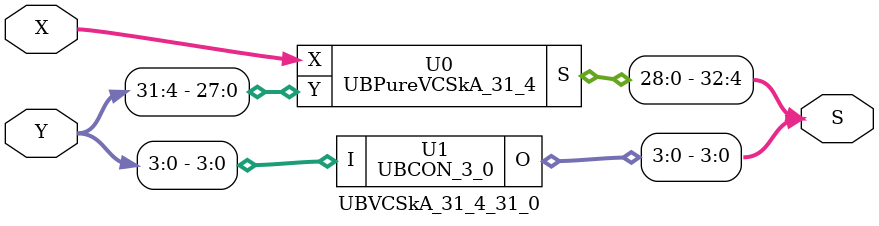
<source format=v>
/*----------------------------------------------------------------------------
  Copyright (c) 2021 Homma laboratory. All rights reserved.

  Top module: Multiplier_14_0_1000

  Number system: Unsigned binary
  Multiplicand length: 15
  Multiplier length: 15
  Partial product generation: PPG with Radix-4 modified Booth recoding
  Partial product accumulation: Overturned-stairs tree
  Final stage addition: Carry-skip adder (variable-block-size)
----------------------------------------------------------------------------*/

module NUBZero_15_15(O);
  output [15:15] O;
  assign O[15] = 0;
endmodule

module R4BEEL_0_2(O_ds, O_d1, O_d0, I2, I1);
  output O_ds, O_d1, O_d0;
  input I1;
  input I2;
  assign O_d0 = I1;
  assign O_d1 = I2 & ( ~ I1 );
  assign O_ds = I2;
endmodule

module R4BEE_1(O_ds, O_d1, O_d0, I2, I1, I0);
  output O_ds, O_d1, O_d0;
  input I0;
  input I1;
  input I2;
  assign O_d0 = I1 ^ I0;
  assign O_d1 = ( I2 ^ I1 ) & ( ~ ( I1 ^ I0 ) );
  assign O_ds = I2;
endmodule

module R4BEE_2(O_ds, O_d1, O_d0, I2, I1, I0);
  output O_ds, O_d1, O_d0;
  input I0;
  input I1;
  input I2;
  assign O_d0 = I1 ^ I0;
  assign O_d1 = ( I2 ^ I1 ) & ( ~ ( I1 ^ I0 ) );
  assign O_ds = I2;
endmodule

module R4BEE_3(O_ds, O_d1, O_d0, I2, I1, I0);
  output O_ds, O_d1, O_d0;
  input I0;
  input I1;
  input I2;
  assign O_d0 = I1 ^ I0;
  assign O_d1 = ( I2 ^ I1 ) & ( ~ ( I1 ^ I0 ) );
  assign O_ds = I2;
endmodule

module R4BEE_4(O_ds, O_d1, O_d0, I2, I1, I0);
  output O_ds, O_d1, O_d0;
  input I0;
  input I1;
  input I2;
  assign O_d0 = I1 ^ I0;
  assign O_d1 = ( I2 ^ I1 ) & ( ~ ( I1 ^ I0 ) );
  assign O_ds = I2;
endmodule

module R4BEE_5(O_ds, O_d1, O_d0, I2, I1, I0);
  output O_ds, O_d1, O_d0;
  input I0;
  input I1;
  input I2;
  assign O_d0 = I1 ^ I0;
  assign O_d1 = ( I2 ^ I1 ) & ( ~ ( I1 ^ I0 ) );
  assign O_ds = I2;
endmodule

module R4BEE_6(O_ds, O_d1, O_d0, I2, I1, I0);
  output O_ds, O_d1, O_d0;
  input I0;
  input I1;
  input I2;
  assign O_d0 = I1 ^ I0;
  assign O_d1 = ( I2 ^ I1 ) & ( ~ ( I1 ^ I0 ) );
  assign O_ds = I2;
endmodule

module R4BEEH_7_3(O_ds, O_d1, O_d0, I2, I1, I0);
  output O_ds, O_d1, O_d0;
  input I0;
  input I1;
  input I2;
  assign O_d0 = I1 ^ I0;
  assign O_d1 = ( I2 ^ I1 ) & ( ~ ( I1 ^ I0 ) );
  assign O_ds = I2;
endmodule

module SD41DDECON_0(S, U_d1, U_d0, I_ds, I_d1, I_d0);
  output S;
  output U_d1, U_d0;
  input I_ds, I_d1, I_d0;
  assign S = I_ds;
  assign U_d0 = I_d0;
  assign U_d1 = I_d1;
endmodule

module U4DPPGL_0_0(Po, O, I, U_d1, U_d0);
  output O;
  output Po;
  input I;
  input U_d1, U_d0;
  assign O = I & U_d0;
  assign Po = I & U_d1;
endmodule

module U4DPPG_1_0(Po, O, I, U_d1, U_d0, Pi);
  output O;
  output Po;
  input I;
  input Pi;
  input U_d1, U_d0;
  assign O = ( I & U_d0 ) | Pi;
  assign Po = I & U_d1;
endmodule

module U4DPPG_2_0(Po, O, I, U_d1, U_d0, Pi);
  output O;
  output Po;
  input I;
  input Pi;
  input U_d1, U_d0;
  assign O = ( I & U_d0 ) | Pi;
  assign Po = I & U_d1;
endmodule

module U4DPPG_3_0(Po, O, I, U_d1, U_d0, Pi);
  output O;
  output Po;
  input I;
  input Pi;
  input U_d1, U_d0;
  assign O = ( I & U_d0 ) | Pi;
  assign Po = I & U_d1;
endmodule

module U4DPPG_4_0(Po, O, I, U_d1, U_d0, Pi);
  output O;
  output Po;
  input I;
  input Pi;
  input U_d1, U_d0;
  assign O = ( I & U_d0 ) | Pi;
  assign Po = I & U_d1;
endmodule

module U4DPPG_5_0(Po, O, I, U_d1, U_d0, Pi);
  output O;
  output Po;
  input I;
  input Pi;
  input U_d1, U_d0;
  assign O = ( I & U_d0 ) | Pi;
  assign Po = I & U_d1;
endmodule

module U4DPPG_6_0(Po, O, I, U_d1, U_d0, Pi);
  output O;
  output Po;
  input I;
  input Pi;
  input U_d1, U_d0;
  assign O = ( I & U_d0 ) | Pi;
  assign Po = I & U_d1;
endmodule

module U4DPPG_7_0(Po, O, I, U_d1, U_d0, Pi);
  output O;
  output Po;
  input I;
  input Pi;
  input U_d1, U_d0;
  assign O = ( I & U_d0 ) | Pi;
  assign Po = I & U_d1;
endmodule

module U4DPPG_8_0(Po, O, I, U_d1, U_d0, Pi);
  output O;
  output Po;
  input I;
  input Pi;
  input U_d1, U_d0;
  assign O = ( I & U_d0 ) | Pi;
  assign Po = I & U_d1;
endmodule

module U4DPPG_9_0(Po, O, I, U_d1, U_d0, Pi);
  output O;
  output Po;
  input I;
  input Pi;
  input U_d1, U_d0;
  assign O = ( I & U_d0 ) | Pi;
  assign Po = I & U_d1;
endmodule

module U4DPPG_10_0(Po, O, I, U_d1, U_d0, Pi);
  output O;
  output Po;
  input I;
  input Pi;
  input U_d1, U_d0;
  assign O = ( I & U_d0 ) | Pi;
  assign Po = I & U_d1;
endmodule

module U4DPPG_11_0(Po, O, I, U_d1, U_d0, Pi);
  output O;
  output Po;
  input I;
  input Pi;
  input U_d1, U_d0;
  assign O = ( I & U_d0 ) | Pi;
  assign Po = I & U_d1;
endmodule

module U4DPPG_12_0(Po, O, I, U_d1, U_d0, Pi);
  output O;
  output Po;
  input I;
  input Pi;
  input U_d1, U_d0;
  assign O = ( I & U_d0 ) | Pi;
  assign Po = I & U_d1;
endmodule

module U4DPPG_13_0(Po, O, I, U_d1, U_d0, Pi);
  output O;
  output Po;
  input I;
  input Pi;
  input U_d1, U_d0;
  assign O = ( I & U_d0 ) | Pi;
  assign Po = I & U_d1;
endmodule

module U4DPPG_14_0(Po, O, I, U_d1, U_d0, Pi);
  output O;
  output Po;
  input I;
  input Pi;
  input U_d1, U_d0;
  assign O = ( I & U_d0 ) | Pi;
  assign Po = I & U_d1;
endmodule

module U4DPPGH_15_0(Po, O, I, U_d1, U_d0, Pi);
  output O;
  output Po;
  input I;
  input Pi;
  input U_d1, U_d0;
  assign O = ( I & U_d0 ) | Pi;
  assign Po = I & ( U_d1 | U_d0 );
endmodule

module BWCPP_0(O, I, S);
  output O;
  input I;
  input S;
  assign O = S ^ I;
endmodule

module BWCPP_1(O, I, S);
  output O;
  input I;
  input S;
  assign O = S ^ I;
endmodule

module BWCPP_2(O, I, S);
  output O;
  input I;
  input S;
  assign O = S ^ I;
endmodule

module BWCPP_3(O, I, S);
  output O;
  input I;
  input S;
  assign O = S ^ I;
endmodule

module BWCPP_4(O, I, S);
  output O;
  input I;
  input S;
  assign O = S ^ I;
endmodule

module BWCPP_5(O, I, S);
  output O;
  input I;
  input S;
  assign O = S ^ I;
endmodule

module BWCPP_6(O, I, S);
  output O;
  input I;
  input S;
  assign O = S ^ I;
endmodule

module BWCPP_7(O, I, S);
  output O;
  input I;
  input S;
  assign O = S ^ I;
endmodule

module BWCPP_8(O, I, S);
  output O;
  input I;
  input S;
  assign O = S ^ I;
endmodule

module BWCPP_9(O, I, S);
  output O;
  input I;
  input S;
  assign O = S ^ I;
endmodule

module BWCPP_10(O, I, S);
  output O;
  input I;
  input S;
  assign O = S ^ I;
endmodule

module BWCPP_11(O, I, S);
  output O;
  input I;
  input S;
  assign O = S ^ I;
endmodule

module BWCPP_12(O, I, S);
  output O;
  input I;
  input S;
  assign O = S ^ I;
endmodule

module BWCPP_13(O, I, S);
  output O;
  input I;
  input S;
  assign O = S ^ I;
endmodule

module BWCPP_14(O, I, S);
  output O;
  input I;
  input S;
  assign O = S ^ I;
endmodule

module BWCPP_15(O, I, S);
  output O;
  input I;
  input S;
  assign O = S ^ I;
endmodule

module BWCNP_16(O, I, S);
  output O;
  input I;
  input S;
  assign O = ( ~ S ) ^ I;
endmodule

module UBBBG_0(O, S);
  output O;
  input S;
  assign O = S;
endmodule

module SD41DDECON_1(S, U_d1, U_d0, I_ds, I_d1, I_d0);
  output S;
  output U_d1, U_d0;
  input I_ds, I_d1, I_d0;
  assign S = I_ds;
  assign U_d0 = I_d0;
  assign U_d1 = I_d1;
endmodule

module U4DPPGL_0_1(Po, O, I, U_d1, U_d0);
  output O;
  output Po;
  input I;
  input U_d1, U_d0;
  assign O = I & U_d0;
  assign Po = I & U_d1;
endmodule

module U4DPPG_1_1(Po, O, I, U_d1, U_d0, Pi);
  output O;
  output Po;
  input I;
  input Pi;
  input U_d1, U_d0;
  assign O = ( I & U_d0 ) | Pi;
  assign Po = I & U_d1;
endmodule

module U4DPPG_2_1(Po, O, I, U_d1, U_d0, Pi);
  output O;
  output Po;
  input I;
  input Pi;
  input U_d1, U_d0;
  assign O = ( I & U_d0 ) | Pi;
  assign Po = I & U_d1;
endmodule

module U4DPPG_3_1(Po, O, I, U_d1, U_d0, Pi);
  output O;
  output Po;
  input I;
  input Pi;
  input U_d1, U_d0;
  assign O = ( I & U_d0 ) | Pi;
  assign Po = I & U_d1;
endmodule

module U4DPPG_4_1(Po, O, I, U_d1, U_d0, Pi);
  output O;
  output Po;
  input I;
  input Pi;
  input U_d1, U_d0;
  assign O = ( I & U_d0 ) | Pi;
  assign Po = I & U_d1;
endmodule

module U4DPPG_5_1(Po, O, I, U_d1, U_d0, Pi);
  output O;
  output Po;
  input I;
  input Pi;
  input U_d1, U_d0;
  assign O = ( I & U_d0 ) | Pi;
  assign Po = I & U_d1;
endmodule

module U4DPPG_6_1(Po, O, I, U_d1, U_d0, Pi);
  output O;
  output Po;
  input I;
  input Pi;
  input U_d1, U_d0;
  assign O = ( I & U_d0 ) | Pi;
  assign Po = I & U_d1;
endmodule

module U4DPPG_7_1(Po, O, I, U_d1, U_d0, Pi);
  output O;
  output Po;
  input I;
  input Pi;
  input U_d1, U_d0;
  assign O = ( I & U_d0 ) | Pi;
  assign Po = I & U_d1;
endmodule

module U4DPPG_8_1(Po, O, I, U_d1, U_d0, Pi);
  output O;
  output Po;
  input I;
  input Pi;
  input U_d1, U_d0;
  assign O = ( I & U_d0 ) | Pi;
  assign Po = I & U_d1;
endmodule

module U4DPPG_9_1(Po, O, I, U_d1, U_d0, Pi);
  output O;
  output Po;
  input I;
  input Pi;
  input U_d1, U_d0;
  assign O = ( I & U_d0 ) | Pi;
  assign Po = I & U_d1;
endmodule

module U4DPPG_10_1(Po, O, I, U_d1, U_d0, Pi);
  output O;
  output Po;
  input I;
  input Pi;
  input U_d1, U_d0;
  assign O = ( I & U_d0 ) | Pi;
  assign Po = I & U_d1;
endmodule

module U4DPPG_11_1(Po, O, I, U_d1, U_d0, Pi);
  output O;
  output Po;
  input I;
  input Pi;
  input U_d1, U_d0;
  assign O = ( I & U_d0 ) | Pi;
  assign Po = I & U_d1;
endmodule

module U4DPPG_12_1(Po, O, I, U_d1, U_d0, Pi);
  output O;
  output Po;
  input I;
  input Pi;
  input U_d1, U_d0;
  assign O = ( I & U_d0 ) | Pi;
  assign Po = I & U_d1;
endmodule

module U4DPPG_13_1(Po, O, I, U_d1, U_d0, Pi);
  output O;
  output Po;
  input I;
  input Pi;
  input U_d1, U_d0;
  assign O = ( I & U_d0 ) | Pi;
  assign Po = I & U_d1;
endmodule

module U4DPPG_14_1(Po, O, I, U_d1, U_d0, Pi);
  output O;
  output Po;
  input I;
  input Pi;
  input U_d1, U_d0;
  assign O = ( I & U_d0 ) | Pi;
  assign Po = I & U_d1;
endmodule

module U4DPPGH_15_1(Po, O, I, U_d1, U_d0, Pi);
  output O;
  output Po;
  input I;
  input Pi;
  input U_d1, U_d0;
  assign O = ( I & U_d0 ) | Pi;
  assign Po = I & ( U_d1 | U_d0 );
endmodule

module BWCPP_16(O, I, S);
  output O;
  input I;
  input S;
  assign O = S ^ I;
endmodule

module BWCPP_17(O, I, S);
  output O;
  input I;
  input S;
  assign O = S ^ I;
endmodule

module BWCNP_18(O, I, S);
  output O;
  input I;
  input S;
  assign O = ( ~ S ) ^ I;
endmodule

module UBBBG_2(O, S);
  output O;
  input S;
  assign O = S;
endmodule

module SD41DDECON_2(S, U_d1, U_d0, I_ds, I_d1, I_d0);
  output S;
  output U_d1, U_d0;
  input I_ds, I_d1, I_d0;
  assign S = I_ds;
  assign U_d0 = I_d0;
  assign U_d1 = I_d1;
endmodule

module U4DPPGL_0_2(Po, O, I, U_d1, U_d0);
  output O;
  output Po;
  input I;
  input U_d1, U_d0;
  assign O = I & U_d0;
  assign Po = I & U_d1;
endmodule

module U4DPPG_1_2(Po, O, I, U_d1, U_d0, Pi);
  output O;
  output Po;
  input I;
  input Pi;
  input U_d1, U_d0;
  assign O = ( I & U_d0 ) | Pi;
  assign Po = I & U_d1;
endmodule

module U4DPPG_2_2(Po, O, I, U_d1, U_d0, Pi);
  output O;
  output Po;
  input I;
  input Pi;
  input U_d1, U_d0;
  assign O = ( I & U_d0 ) | Pi;
  assign Po = I & U_d1;
endmodule

module U4DPPG_3_2(Po, O, I, U_d1, U_d0, Pi);
  output O;
  output Po;
  input I;
  input Pi;
  input U_d1, U_d0;
  assign O = ( I & U_d0 ) | Pi;
  assign Po = I & U_d1;
endmodule

module U4DPPG_4_2(Po, O, I, U_d1, U_d0, Pi);
  output O;
  output Po;
  input I;
  input Pi;
  input U_d1, U_d0;
  assign O = ( I & U_d0 ) | Pi;
  assign Po = I & U_d1;
endmodule

module U4DPPG_5_2(Po, O, I, U_d1, U_d0, Pi);
  output O;
  output Po;
  input I;
  input Pi;
  input U_d1, U_d0;
  assign O = ( I & U_d0 ) | Pi;
  assign Po = I & U_d1;
endmodule

module U4DPPG_6_2(Po, O, I, U_d1, U_d0, Pi);
  output O;
  output Po;
  input I;
  input Pi;
  input U_d1, U_d0;
  assign O = ( I & U_d0 ) | Pi;
  assign Po = I & U_d1;
endmodule

module U4DPPG_7_2(Po, O, I, U_d1, U_d0, Pi);
  output O;
  output Po;
  input I;
  input Pi;
  input U_d1, U_d0;
  assign O = ( I & U_d0 ) | Pi;
  assign Po = I & U_d1;
endmodule

module U4DPPG_8_2(Po, O, I, U_d1, U_d0, Pi);
  output O;
  output Po;
  input I;
  input Pi;
  input U_d1, U_d0;
  assign O = ( I & U_d0 ) | Pi;
  assign Po = I & U_d1;
endmodule

module U4DPPG_9_2(Po, O, I, U_d1, U_d0, Pi);
  output O;
  output Po;
  input I;
  input Pi;
  input U_d1, U_d0;
  assign O = ( I & U_d0 ) | Pi;
  assign Po = I & U_d1;
endmodule

module U4DPPG_10_2(Po, O, I, U_d1, U_d0, Pi);
  output O;
  output Po;
  input I;
  input Pi;
  input U_d1, U_d0;
  assign O = ( I & U_d0 ) | Pi;
  assign Po = I & U_d1;
endmodule

module U4DPPG_11_2(Po, O, I, U_d1, U_d0, Pi);
  output O;
  output Po;
  input I;
  input Pi;
  input U_d1, U_d0;
  assign O = ( I & U_d0 ) | Pi;
  assign Po = I & U_d1;
endmodule

module U4DPPG_12_2(Po, O, I, U_d1, U_d0, Pi);
  output O;
  output Po;
  input I;
  input Pi;
  input U_d1, U_d0;
  assign O = ( I & U_d0 ) | Pi;
  assign Po = I & U_d1;
endmodule

module U4DPPG_13_2(Po, O, I, U_d1, U_d0, Pi);
  output O;
  output Po;
  input I;
  input Pi;
  input U_d1, U_d0;
  assign O = ( I & U_d0 ) | Pi;
  assign Po = I & U_d1;
endmodule

module U4DPPG_14_2(Po, O, I, U_d1, U_d0, Pi);
  output O;
  output Po;
  input I;
  input Pi;
  input U_d1, U_d0;
  assign O = ( I & U_d0 ) | Pi;
  assign Po = I & U_d1;
endmodule

module U4DPPGH_15_2(Po, O, I, U_d1, U_d0, Pi);
  output O;
  output Po;
  input I;
  input Pi;
  input U_d1, U_d0;
  assign O = ( I & U_d0 ) | Pi;
  assign Po = I & ( U_d1 | U_d0 );
endmodule

module BWCPP_18(O, I, S);
  output O;
  input I;
  input S;
  assign O = S ^ I;
endmodule

module BWCPP_19(O, I, S);
  output O;
  input I;
  input S;
  assign O = S ^ I;
endmodule

module BWCNP_20(O, I, S);
  output O;
  input I;
  input S;
  assign O = ( ~ S ) ^ I;
endmodule

module UBBBG_4(O, S);
  output O;
  input S;
  assign O = S;
endmodule

module SD41DDECON_3(S, U_d1, U_d0, I_ds, I_d1, I_d0);
  output S;
  output U_d1, U_d0;
  input I_ds, I_d1, I_d0;
  assign S = I_ds;
  assign U_d0 = I_d0;
  assign U_d1 = I_d1;
endmodule

module U4DPPGL_0_3(Po, O, I, U_d1, U_d0);
  output O;
  output Po;
  input I;
  input U_d1, U_d0;
  assign O = I & U_d0;
  assign Po = I & U_d1;
endmodule

module U4DPPG_1_3(Po, O, I, U_d1, U_d0, Pi);
  output O;
  output Po;
  input I;
  input Pi;
  input U_d1, U_d0;
  assign O = ( I & U_d0 ) | Pi;
  assign Po = I & U_d1;
endmodule

module U4DPPG_2_3(Po, O, I, U_d1, U_d0, Pi);
  output O;
  output Po;
  input I;
  input Pi;
  input U_d1, U_d0;
  assign O = ( I & U_d0 ) | Pi;
  assign Po = I & U_d1;
endmodule

module U4DPPG_3_3(Po, O, I, U_d1, U_d0, Pi);
  output O;
  output Po;
  input I;
  input Pi;
  input U_d1, U_d0;
  assign O = ( I & U_d0 ) | Pi;
  assign Po = I & U_d1;
endmodule

module U4DPPG_4_3(Po, O, I, U_d1, U_d0, Pi);
  output O;
  output Po;
  input I;
  input Pi;
  input U_d1, U_d0;
  assign O = ( I & U_d0 ) | Pi;
  assign Po = I & U_d1;
endmodule

module U4DPPG_5_3(Po, O, I, U_d1, U_d0, Pi);
  output O;
  output Po;
  input I;
  input Pi;
  input U_d1, U_d0;
  assign O = ( I & U_d0 ) | Pi;
  assign Po = I & U_d1;
endmodule

module U4DPPG_6_3(Po, O, I, U_d1, U_d0, Pi);
  output O;
  output Po;
  input I;
  input Pi;
  input U_d1, U_d0;
  assign O = ( I & U_d0 ) | Pi;
  assign Po = I & U_d1;
endmodule

module U4DPPG_7_3(Po, O, I, U_d1, U_d0, Pi);
  output O;
  output Po;
  input I;
  input Pi;
  input U_d1, U_d0;
  assign O = ( I & U_d0 ) | Pi;
  assign Po = I & U_d1;
endmodule

module U4DPPG_8_3(Po, O, I, U_d1, U_d0, Pi);
  output O;
  output Po;
  input I;
  input Pi;
  input U_d1, U_d0;
  assign O = ( I & U_d0 ) | Pi;
  assign Po = I & U_d1;
endmodule

module U4DPPG_9_3(Po, O, I, U_d1, U_d0, Pi);
  output O;
  output Po;
  input I;
  input Pi;
  input U_d1, U_d0;
  assign O = ( I & U_d0 ) | Pi;
  assign Po = I & U_d1;
endmodule

module U4DPPG_10_3(Po, O, I, U_d1, U_d0, Pi);
  output O;
  output Po;
  input I;
  input Pi;
  input U_d1, U_d0;
  assign O = ( I & U_d0 ) | Pi;
  assign Po = I & U_d1;
endmodule

module U4DPPG_11_3(Po, O, I, U_d1, U_d0, Pi);
  output O;
  output Po;
  input I;
  input Pi;
  input U_d1, U_d0;
  assign O = ( I & U_d0 ) | Pi;
  assign Po = I & U_d1;
endmodule

module U4DPPG_12_3(Po, O, I, U_d1, U_d0, Pi);
  output O;
  output Po;
  input I;
  input Pi;
  input U_d1, U_d0;
  assign O = ( I & U_d0 ) | Pi;
  assign Po = I & U_d1;
endmodule

module U4DPPG_13_3(Po, O, I, U_d1, U_d0, Pi);
  output O;
  output Po;
  input I;
  input Pi;
  input U_d1, U_d0;
  assign O = ( I & U_d0 ) | Pi;
  assign Po = I & U_d1;
endmodule

module U4DPPG_14_3(Po, O, I, U_d1, U_d0, Pi);
  output O;
  output Po;
  input I;
  input Pi;
  input U_d1, U_d0;
  assign O = ( I & U_d0 ) | Pi;
  assign Po = I & U_d1;
endmodule

module U4DPPGH_15_3(Po, O, I, U_d1, U_d0, Pi);
  output O;
  output Po;
  input I;
  input Pi;
  input U_d1, U_d0;
  assign O = ( I & U_d0 ) | Pi;
  assign Po = I & ( U_d1 | U_d0 );
endmodule

module BWCPP_20(O, I, S);
  output O;
  input I;
  input S;
  assign O = S ^ I;
endmodule

module BWCPP_21(O, I, S);
  output O;
  input I;
  input S;
  assign O = S ^ I;
endmodule

module BWCNP_22(O, I, S);
  output O;
  input I;
  input S;
  assign O = ( ~ S ) ^ I;
endmodule

module UBBBG_6(O, S);
  output O;
  input S;
  assign O = S;
endmodule

module SD41DDECON_4(S, U_d1, U_d0, I_ds, I_d1, I_d0);
  output S;
  output U_d1, U_d0;
  input I_ds, I_d1, I_d0;
  assign S = I_ds;
  assign U_d0 = I_d0;
  assign U_d1 = I_d1;
endmodule

module U4DPPGL_0_4(Po, O, I, U_d1, U_d0);
  output O;
  output Po;
  input I;
  input U_d1, U_d0;
  assign O = I & U_d0;
  assign Po = I & U_d1;
endmodule

module U4DPPG_1_4(Po, O, I, U_d1, U_d0, Pi);
  output O;
  output Po;
  input I;
  input Pi;
  input U_d1, U_d0;
  assign O = ( I & U_d0 ) | Pi;
  assign Po = I & U_d1;
endmodule

module U4DPPG_2_4(Po, O, I, U_d1, U_d0, Pi);
  output O;
  output Po;
  input I;
  input Pi;
  input U_d1, U_d0;
  assign O = ( I & U_d0 ) | Pi;
  assign Po = I & U_d1;
endmodule

module U4DPPG_3_4(Po, O, I, U_d1, U_d0, Pi);
  output O;
  output Po;
  input I;
  input Pi;
  input U_d1, U_d0;
  assign O = ( I & U_d0 ) | Pi;
  assign Po = I & U_d1;
endmodule

module U4DPPG_4_4(Po, O, I, U_d1, U_d0, Pi);
  output O;
  output Po;
  input I;
  input Pi;
  input U_d1, U_d0;
  assign O = ( I & U_d0 ) | Pi;
  assign Po = I & U_d1;
endmodule

module U4DPPG_5_4(Po, O, I, U_d1, U_d0, Pi);
  output O;
  output Po;
  input I;
  input Pi;
  input U_d1, U_d0;
  assign O = ( I & U_d0 ) | Pi;
  assign Po = I & U_d1;
endmodule

module U4DPPG_6_4(Po, O, I, U_d1, U_d0, Pi);
  output O;
  output Po;
  input I;
  input Pi;
  input U_d1, U_d0;
  assign O = ( I & U_d0 ) | Pi;
  assign Po = I & U_d1;
endmodule

module U4DPPG_7_4(Po, O, I, U_d1, U_d0, Pi);
  output O;
  output Po;
  input I;
  input Pi;
  input U_d1, U_d0;
  assign O = ( I & U_d0 ) | Pi;
  assign Po = I & U_d1;
endmodule

module U4DPPG_8_4(Po, O, I, U_d1, U_d0, Pi);
  output O;
  output Po;
  input I;
  input Pi;
  input U_d1, U_d0;
  assign O = ( I & U_d0 ) | Pi;
  assign Po = I & U_d1;
endmodule

module U4DPPG_9_4(Po, O, I, U_d1, U_d0, Pi);
  output O;
  output Po;
  input I;
  input Pi;
  input U_d1, U_d0;
  assign O = ( I & U_d0 ) | Pi;
  assign Po = I & U_d1;
endmodule

module U4DPPG_10_4(Po, O, I, U_d1, U_d0, Pi);
  output O;
  output Po;
  input I;
  input Pi;
  input U_d1, U_d0;
  assign O = ( I & U_d0 ) | Pi;
  assign Po = I & U_d1;
endmodule

module U4DPPG_11_4(Po, O, I, U_d1, U_d0, Pi);
  output O;
  output Po;
  input I;
  input Pi;
  input U_d1, U_d0;
  assign O = ( I & U_d0 ) | Pi;
  assign Po = I & U_d1;
endmodule

module U4DPPG_12_4(Po, O, I, U_d1, U_d0, Pi);
  output O;
  output Po;
  input I;
  input Pi;
  input U_d1, U_d0;
  assign O = ( I & U_d0 ) | Pi;
  assign Po = I & U_d1;
endmodule

module U4DPPG_13_4(Po, O, I, U_d1, U_d0, Pi);
  output O;
  output Po;
  input I;
  input Pi;
  input U_d1, U_d0;
  assign O = ( I & U_d0 ) | Pi;
  assign Po = I & U_d1;
endmodule

module U4DPPG_14_4(Po, O, I, U_d1, U_d0, Pi);
  output O;
  output Po;
  input I;
  input Pi;
  input U_d1, U_d0;
  assign O = ( I & U_d0 ) | Pi;
  assign Po = I & U_d1;
endmodule

module U4DPPGH_15_4(Po, O, I, U_d1, U_d0, Pi);
  output O;
  output Po;
  input I;
  input Pi;
  input U_d1, U_d0;
  assign O = ( I & U_d0 ) | Pi;
  assign Po = I & ( U_d1 | U_d0 );
endmodule

module BWCPP_22(O, I, S);
  output O;
  input I;
  input S;
  assign O = S ^ I;
endmodule

module BWCPP_23(O, I, S);
  output O;
  input I;
  input S;
  assign O = S ^ I;
endmodule

module BWCNP_24(O, I, S);
  output O;
  input I;
  input S;
  assign O = ( ~ S ) ^ I;
endmodule

module UBBBG_8(O, S);
  output O;
  input S;
  assign O = S;
endmodule

module SD41DDECON_5(S, U_d1, U_d0, I_ds, I_d1, I_d0);
  output S;
  output U_d1, U_d0;
  input I_ds, I_d1, I_d0;
  assign S = I_ds;
  assign U_d0 = I_d0;
  assign U_d1 = I_d1;
endmodule

module U4DPPGL_0_5(Po, O, I, U_d1, U_d0);
  output O;
  output Po;
  input I;
  input U_d1, U_d0;
  assign O = I & U_d0;
  assign Po = I & U_d1;
endmodule

module U4DPPG_1_5(Po, O, I, U_d1, U_d0, Pi);
  output O;
  output Po;
  input I;
  input Pi;
  input U_d1, U_d0;
  assign O = ( I & U_d0 ) | Pi;
  assign Po = I & U_d1;
endmodule

module U4DPPG_2_5(Po, O, I, U_d1, U_d0, Pi);
  output O;
  output Po;
  input I;
  input Pi;
  input U_d1, U_d0;
  assign O = ( I & U_d0 ) | Pi;
  assign Po = I & U_d1;
endmodule

module U4DPPG_3_5(Po, O, I, U_d1, U_d0, Pi);
  output O;
  output Po;
  input I;
  input Pi;
  input U_d1, U_d0;
  assign O = ( I & U_d0 ) | Pi;
  assign Po = I & U_d1;
endmodule

module U4DPPG_4_5(Po, O, I, U_d1, U_d0, Pi);
  output O;
  output Po;
  input I;
  input Pi;
  input U_d1, U_d0;
  assign O = ( I & U_d0 ) | Pi;
  assign Po = I & U_d1;
endmodule

module U4DPPG_5_5(Po, O, I, U_d1, U_d0, Pi);
  output O;
  output Po;
  input I;
  input Pi;
  input U_d1, U_d0;
  assign O = ( I & U_d0 ) | Pi;
  assign Po = I & U_d1;
endmodule

module U4DPPG_6_5(Po, O, I, U_d1, U_d0, Pi);
  output O;
  output Po;
  input I;
  input Pi;
  input U_d1, U_d0;
  assign O = ( I & U_d0 ) | Pi;
  assign Po = I & U_d1;
endmodule

module U4DPPG_7_5(Po, O, I, U_d1, U_d0, Pi);
  output O;
  output Po;
  input I;
  input Pi;
  input U_d1, U_d0;
  assign O = ( I & U_d0 ) | Pi;
  assign Po = I & U_d1;
endmodule

module U4DPPG_8_5(Po, O, I, U_d1, U_d0, Pi);
  output O;
  output Po;
  input I;
  input Pi;
  input U_d1, U_d0;
  assign O = ( I & U_d0 ) | Pi;
  assign Po = I & U_d1;
endmodule

module U4DPPG_9_5(Po, O, I, U_d1, U_d0, Pi);
  output O;
  output Po;
  input I;
  input Pi;
  input U_d1, U_d0;
  assign O = ( I & U_d0 ) | Pi;
  assign Po = I & U_d1;
endmodule

module U4DPPG_10_5(Po, O, I, U_d1, U_d0, Pi);
  output O;
  output Po;
  input I;
  input Pi;
  input U_d1, U_d0;
  assign O = ( I & U_d0 ) | Pi;
  assign Po = I & U_d1;
endmodule

module U4DPPG_11_5(Po, O, I, U_d1, U_d0, Pi);
  output O;
  output Po;
  input I;
  input Pi;
  input U_d1, U_d0;
  assign O = ( I & U_d0 ) | Pi;
  assign Po = I & U_d1;
endmodule

module U4DPPG_12_5(Po, O, I, U_d1, U_d0, Pi);
  output O;
  output Po;
  input I;
  input Pi;
  input U_d1, U_d0;
  assign O = ( I & U_d0 ) | Pi;
  assign Po = I & U_d1;
endmodule

module U4DPPG_13_5(Po, O, I, U_d1, U_d0, Pi);
  output O;
  output Po;
  input I;
  input Pi;
  input U_d1, U_d0;
  assign O = ( I & U_d0 ) | Pi;
  assign Po = I & U_d1;
endmodule

module U4DPPG_14_5(Po, O, I, U_d1, U_d0, Pi);
  output O;
  output Po;
  input I;
  input Pi;
  input U_d1, U_d0;
  assign O = ( I & U_d0 ) | Pi;
  assign Po = I & U_d1;
endmodule

module U4DPPGH_15_5(Po, O, I, U_d1, U_d0, Pi);
  output O;
  output Po;
  input I;
  input Pi;
  input U_d1, U_d0;
  assign O = ( I & U_d0 ) | Pi;
  assign Po = I & ( U_d1 | U_d0 );
endmodule

module BWCPP_24(O, I, S);
  output O;
  input I;
  input S;
  assign O = S ^ I;
endmodule

module BWCPP_25(O, I, S);
  output O;
  input I;
  input S;
  assign O = S ^ I;
endmodule

module BWCNP_26(O, I, S);
  output O;
  input I;
  input S;
  assign O = ( ~ S ) ^ I;
endmodule

module UBBBG_10(O, S);
  output O;
  input S;
  assign O = S;
endmodule

module SD41DDECON_6(S, U_d1, U_d0, I_ds, I_d1, I_d0);
  output S;
  output U_d1, U_d0;
  input I_ds, I_d1, I_d0;
  assign S = I_ds;
  assign U_d0 = I_d0;
  assign U_d1 = I_d1;
endmodule

module U4DPPGL_0_6(Po, O, I, U_d1, U_d0);
  output O;
  output Po;
  input I;
  input U_d1, U_d0;
  assign O = I & U_d0;
  assign Po = I & U_d1;
endmodule

module U4DPPG_1_6(Po, O, I, U_d1, U_d0, Pi);
  output O;
  output Po;
  input I;
  input Pi;
  input U_d1, U_d0;
  assign O = ( I & U_d0 ) | Pi;
  assign Po = I & U_d1;
endmodule

module U4DPPG_2_6(Po, O, I, U_d1, U_d0, Pi);
  output O;
  output Po;
  input I;
  input Pi;
  input U_d1, U_d0;
  assign O = ( I & U_d0 ) | Pi;
  assign Po = I & U_d1;
endmodule

module U4DPPG_3_6(Po, O, I, U_d1, U_d0, Pi);
  output O;
  output Po;
  input I;
  input Pi;
  input U_d1, U_d0;
  assign O = ( I & U_d0 ) | Pi;
  assign Po = I & U_d1;
endmodule

module U4DPPG_4_6(Po, O, I, U_d1, U_d0, Pi);
  output O;
  output Po;
  input I;
  input Pi;
  input U_d1, U_d0;
  assign O = ( I & U_d0 ) | Pi;
  assign Po = I & U_d1;
endmodule

module U4DPPG_5_6(Po, O, I, U_d1, U_d0, Pi);
  output O;
  output Po;
  input I;
  input Pi;
  input U_d1, U_d0;
  assign O = ( I & U_d0 ) | Pi;
  assign Po = I & U_d1;
endmodule

module U4DPPG_6_6(Po, O, I, U_d1, U_d0, Pi);
  output O;
  output Po;
  input I;
  input Pi;
  input U_d1, U_d0;
  assign O = ( I & U_d0 ) | Pi;
  assign Po = I & U_d1;
endmodule

module U4DPPG_7_6(Po, O, I, U_d1, U_d0, Pi);
  output O;
  output Po;
  input I;
  input Pi;
  input U_d1, U_d0;
  assign O = ( I & U_d0 ) | Pi;
  assign Po = I & U_d1;
endmodule

module U4DPPG_8_6(Po, O, I, U_d1, U_d0, Pi);
  output O;
  output Po;
  input I;
  input Pi;
  input U_d1, U_d0;
  assign O = ( I & U_d0 ) | Pi;
  assign Po = I & U_d1;
endmodule

module U4DPPG_9_6(Po, O, I, U_d1, U_d0, Pi);
  output O;
  output Po;
  input I;
  input Pi;
  input U_d1, U_d0;
  assign O = ( I & U_d0 ) | Pi;
  assign Po = I & U_d1;
endmodule

module U4DPPG_10_6(Po, O, I, U_d1, U_d0, Pi);
  output O;
  output Po;
  input I;
  input Pi;
  input U_d1, U_d0;
  assign O = ( I & U_d0 ) | Pi;
  assign Po = I & U_d1;
endmodule

module U4DPPG_11_6(Po, O, I, U_d1, U_d0, Pi);
  output O;
  output Po;
  input I;
  input Pi;
  input U_d1, U_d0;
  assign O = ( I & U_d0 ) | Pi;
  assign Po = I & U_d1;
endmodule

module U4DPPG_12_6(Po, O, I, U_d1, U_d0, Pi);
  output O;
  output Po;
  input I;
  input Pi;
  input U_d1, U_d0;
  assign O = ( I & U_d0 ) | Pi;
  assign Po = I & U_d1;
endmodule

module U4DPPG_13_6(Po, O, I, U_d1, U_d0, Pi);
  output O;
  output Po;
  input I;
  input Pi;
  input U_d1, U_d0;
  assign O = ( I & U_d0 ) | Pi;
  assign Po = I & U_d1;
endmodule

module U4DPPG_14_6(Po, O, I, U_d1, U_d0, Pi);
  output O;
  output Po;
  input I;
  input Pi;
  input U_d1, U_d0;
  assign O = ( I & U_d0 ) | Pi;
  assign Po = I & U_d1;
endmodule

module U4DPPGH_15_6(Po, O, I, U_d1, U_d0, Pi);
  output O;
  output Po;
  input I;
  input Pi;
  input U_d1, U_d0;
  assign O = ( I & U_d0 ) | Pi;
  assign Po = I & ( U_d1 | U_d0 );
endmodule

module BWCPP_26(O, I, S);
  output O;
  input I;
  input S;
  assign O = S ^ I;
endmodule

module BWCPP_27(O, I, S);
  output O;
  input I;
  input S;
  assign O = S ^ I;
endmodule

module BWCNP_28(O, I, S);
  output O;
  input I;
  input S;
  assign O = ( ~ S ) ^ I;
endmodule

module UBBBG_12(O, S);
  output O;
  input S;
  assign O = S;
endmodule

module SD41DDECON_7(S, U_d1, U_d0, I_ds, I_d1, I_d0);
  output S;
  output U_d1, U_d0;
  input I_ds, I_d1, I_d0;
  assign S = I_ds;
  assign U_d0 = I_d0;
  assign U_d1 = I_d1;
endmodule

module U4DPPGL_0_7(Po, O, I, U_d1, U_d0);
  output O;
  output Po;
  input I;
  input U_d1, U_d0;
  assign O = I & U_d0;
  assign Po = I & U_d1;
endmodule

module U4DPPG_1_7(Po, O, I, U_d1, U_d0, Pi);
  output O;
  output Po;
  input I;
  input Pi;
  input U_d1, U_d0;
  assign O = ( I & U_d0 ) | Pi;
  assign Po = I & U_d1;
endmodule

module U4DPPG_2_7(Po, O, I, U_d1, U_d0, Pi);
  output O;
  output Po;
  input I;
  input Pi;
  input U_d1, U_d0;
  assign O = ( I & U_d0 ) | Pi;
  assign Po = I & U_d1;
endmodule

module U4DPPG_3_7(Po, O, I, U_d1, U_d0, Pi);
  output O;
  output Po;
  input I;
  input Pi;
  input U_d1, U_d0;
  assign O = ( I & U_d0 ) | Pi;
  assign Po = I & U_d1;
endmodule

module U4DPPG_4_7(Po, O, I, U_d1, U_d0, Pi);
  output O;
  output Po;
  input I;
  input Pi;
  input U_d1, U_d0;
  assign O = ( I & U_d0 ) | Pi;
  assign Po = I & U_d1;
endmodule

module U4DPPG_5_7(Po, O, I, U_d1, U_d0, Pi);
  output O;
  output Po;
  input I;
  input Pi;
  input U_d1, U_d0;
  assign O = ( I & U_d0 ) | Pi;
  assign Po = I & U_d1;
endmodule

module U4DPPG_6_7(Po, O, I, U_d1, U_d0, Pi);
  output O;
  output Po;
  input I;
  input Pi;
  input U_d1, U_d0;
  assign O = ( I & U_d0 ) | Pi;
  assign Po = I & U_d1;
endmodule

module U4DPPG_7_7(Po, O, I, U_d1, U_d0, Pi);
  output O;
  output Po;
  input I;
  input Pi;
  input U_d1, U_d0;
  assign O = ( I & U_d0 ) | Pi;
  assign Po = I & U_d1;
endmodule

module U4DPPG_8_7(Po, O, I, U_d1, U_d0, Pi);
  output O;
  output Po;
  input I;
  input Pi;
  input U_d1, U_d0;
  assign O = ( I & U_d0 ) | Pi;
  assign Po = I & U_d1;
endmodule

module U4DPPG_9_7(Po, O, I, U_d1, U_d0, Pi);
  output O;
  output Po;
  input I;
  input Pi;
  input U_d1, U_d0;
  assign O = ( I & U_d0 ) | Pi;
  assign Po = I & U_d1;
endmodule

module U4DPPG_10_7(Po, O, I, U_d1, U_d0, Pi);
  output O;
  output Po;
  input I;
  input Pi;
  input U_d1, U_d0;
  assign O = ( I & U_d0 ) | Pi;
  assign Po = I & U_d1;
endmodule

module U4DPPG_11_7(Po, O, I, U_d1, U_d0, Pi);
  output O;
  output Po;
  input I;
  input Pi;
  input U_d1, U_d0;
  assign O = ( I & U_d0 ) | Pi;
  assign Po = I & U_d1;
endmodule

module U4DPPG_12_7(Po, O, I, U_d1, U_d0, Pi);
  output O;
  output Po;
  input I;
  input Pi;
  input U_d1, U_d0;
  assign O = ( I & U_d0 ) | Pi;
  assign Po = I & U_d1;
endmodule

module U4DPPG_13_7(Po, O, I, U_d1, U_d0, Pi);
  output O;
  output Po;
  input I;
  input Pi;
  input U_d1, U_d0;
  assign O = ( I & U_d0 ) | Pi;
  assign Po = I & U_d1;
endmodule

module U4DPPG_14_7(Po, O, I, U_d1, U_d0, Pi);
  output O;
  output Po;
  input I;
  input Pi;
  input U_d1, U_d0;
  assign O = ( I & U_d0 ) | Pi;
  assign Po = I & U_d1;
endmodule

module U4DPPGH_15_7(Po, O, I, U_d1, U_d0, Pi);
  output O;
  output Po;
  input I;
  input Pi;
  input U_d1, U_d0;
  assign O = ( I & U_d0 ) | Pi;
  assign Po = I & ( U_d1 | U_d0 );
endmodule

module BWCPP_28(O, I, S);
  output O;
  input I;
  input S;
  assign O = S ^ I;
endmodule

module BWCPP_29(O, I, S);
  output O;
  input I;
  input S;
  assign O = S ^ I;
endmodule

module BWCNP_30(O, I, S);
  output O;
  input I;
  input S;
  assign O = ( ~ S ) ^ I;
endmodule

module UBBBG_14(O, S);
  output O;
  input S;
  assign O = S;
endmodule

module UBOne_17(O);
  output O;
  assign O = 1;
endmodule

module UB1DCON_17(O, I);
  output O;
  input I;
  assign O = I;
endmodule

module UB1DCON_0(O, I);
  output O;
  input I;
  assign O = I;
endmodule

module UB1DCON_1(O, I);
  output O;
  input I;
  assign O = I;
endmodule

module UB1DCON_2(O, I);
  output O;
  input I;
  assign O = I;
endmodule

module UB1DCON_3(O, I);
  output O;
  input I;
  assign O = I;
endmodule

module UB1DCON_4(O, I);
  output O;
  input I;
  assign O = I;
endmodule

module UB1DCON_5(O, I);
  output O;
  input I;
  assign O = I;
endmodule

module UB1DCON_6(O, I);
  output O;
  input I;
  assign O = I;
endmodule

module UB1DCON_7(O, I);
  output O;
  input I;
  assign O = I;
endmodule

module UB1DCON_8(O, I);
  output O;
  input I;
  assign O = I;
endmodule

module UB1DCON_9(O, I);
  output O;
  input I;
  assign O = I;
endmodule

module UB1DCON_10(O, I);
  output O;
  input I;
  assign O = I;
endmodule

module UB1DCON_11(O, I);
  output O;
  input I;
  assign O = I;
endmodule

module UB1DCON_12(O, I);
  output O;
  input I;
  assign O = I;
endmodule

module UB1DCON_13(O, I);
  output O;
  input I;
  assign O = I;
endmodule

module UB1DCON_14(O, I);
  output O;
  input I;
  assign O = I;
endmodule

module UB1DCON_15(O, I);
  output O;
  input I;
  assign O = I;
endmodule

module UB1DCON_16(O, I);
  output O;
  input I;
  assign O = I;
endmodule

module UBOne_19(O);
  output O;
  assign O = 1;
endmodule

module UB1DCON_19(O, I);
  output O;
  input I;
  assign O = I;
endmodule

module UB1DCON_18(O, I);
  output O;
  input I;
  assign O = I;
endmodule

module UBZero_1_1(O);
  output [1:1] O;
  assign O[1] = 0;
endmodule

module UBOne_21(O);
  output O;
  assign O = 1;
endmodule

module UB1DCON_21(O, I);
  output O;
  input I;
  assign O = I;
endmodule

module UB1DCON_20(O, I);
  output O;
  input I;
  assign O = I;
endmodule

module UBZero_3_3(O);
  output [3:3] O;
  assign O[3] = 0;
endmodule

module UBOne_23(O);
  output O;
  assign O = 1;
endmodule

module UB1DCON_23(O, I);
  output O;
  input I;
  assign O = I;
endmodule

module UB1DCON_22(O, I);
  output O;
  input I;
  assign O = I;
endmodule

module UBZero_5_5(O);
  output [5:5] O;
  assign O[5] = 0;
endmodule

module UBOne_25(O);
  output O;
  assign O = 1;
endmodule

module UB1DCON_25(O, I);
  output O;
  input I;
  assign O = I;
endmodule

module UB1DCON_24(O, I);
  output O;
  input I;
  assign O = I;
endmodule

module UBZero_7_7(O);
  output [7:7] O;
  assign O[7] = 0;
endmodule

module UBOne_27(O);
  output O;
  assign O = 1;
endmodule

module UB1DCON_27(O, I);
  output O;
  input I;
  assign O = I;
endmodule

module UB1DCON_26(O, I);
  output O;
  input I;
  assign O = I;
endmodule

module UBZero_9_9(O);
  output [9:9] O;
  assign O[9] = 0;
endmodule

module UBOne_29(O);
  output O;
  assign O = 1;
endmodule

module UB1DCON_29(O, I);
  output O;
  input I;
  assign O = I;
endmodule

module UB1DCON_28(O, I);
  output O;
  input I;
  assign O = I;
endmodule

module UBZero_11_11(O);
  output [11:11] O;
  assign O[11] = 0;
endmodule

module UB1DCON_30(O, I);
  output O;
  input I;
  assign O = I;
endmodule

module UBZero_13_13(O);
  output [13:13] O;
  assign O[13] = 0;
endmodule

module UBOne_16(O);
  output O;
  assign O = 1;
endmodule

module UBZero_15_15(O);
  output [15:15] O;
  assign O[15] = 0;
endmodule

module UBHA_0(C, S, X, Y);
  output C;
  output S;
  input X;
  input Y;
  assign C = X & Y;
  assign S = X ^ Y;
endmodule

module UBHA_1(C, S, X, Y);
  output C;
  output S;
  input X;
  input Y;
  assign C = X & Y;
  assign S = X ^ Y;
endmodule

module UBFA_2(C, S, X, Y, Z);
  output C;
  output S;
  input X;
  input Y;
  input Z;
  assign C = ( X & Y ) | ( Y & Z ) | ( Z & X );
  assign S = X ^ Y ^ Z;
endmodule

module UBFA_3(C, S, X, Y, Z);
  output C;
  output S;
  input X;
  input Y;
  input Z;
  assign C = ( X & Y ) | ( Y & Z ) | ( Z & X );
  assign S = X ^ Y ^ Z;
endmodule

module UBFA_4(C, S, X, Y, Z);
  output C;
  output S;
  input X;
  input Y;
  input Z;
  assign C = ( X & Y ) | ( Y & Z ) | ( Z & X );
  assign S = X ^ Y ^ Z;
endmodule

module UBFA_5(C, S, X, Y, Z);
  output C;
  output S;
  input X;
  input Y;
  input Z;
  assign C = ( X & Y ) | ( Y & Z ) | ( Z & X );
  assign S = X ^ Y ^ Z;
endmodule

module UBFA_6(C, S, X, Y, Z);
  output C;
  output S;
  input X;
  input Y;
  input Z;
  assign C = ( X & Y ) | ( Y & Z ) | ( Z & X );
  assign S = X ^ Y ^ Z;
endmodule

module UBFA_7(C, S, X, Y, Z);
  output C;
  output S;
  input X;
  input Y;
  input Z;
  assign C = ( X & Y ) | ( Y & Z ) | ( Z & X );
  assign S = X ^ Y ^ Z;
endmodule

module UBFA_8(C, S, X, Y, Z);
  output C;
  output S;
  input X;
  input Y;
  input Z;
  assign C = ( X & Y ) | ( Y & Z ) | ( Z & X );
  assign S = X ^ Y ^ Z;
endmodule

module UBFA_9(C, S, X, Y, Z);
  output C;
  output S;
  input X;
  input Y;
  input Z;
  assign C = ( X & Y ) | ( Y & Z ) | ( Z & X );
  assign S = X ^ Y ^ Z;
endmodule

module UBFA_10(C, S, X, Y, Z);
  output C;
  output S;
  input X;
  input Y;
  input Z;
  assign C = ( X & Y ) | ( Y & Z ) | ( Z & X );
  assign S = X ^ Y ^ Z;
endmodule

module UBFA_11(C, S, X, Y, Z);
  output C;
  output S;
  input X;
  input Y;
  input Z;
  assign C = ( X & Y ) | ( Y & Z ) | ( Z & X );
  assign S = X ^ Y ^ Z;
endmodule

module UBFA_12(C, S, X, Y, Z);
  output C;
  output S;
  input X;
  input Y;
  input Z;
  assign C = ( X & Y ) | ( Y & Z ) | ( Z & X );
  assign S = X ^ Y ^ Z;
endmodule

module UBFA_13(C, S, X, Y, Z);
  output C;
  output S;
  input X;
  input Y;
  input Z;
  assign C = ( X & Y ) | ( Y & Z ) | ( Z & X );
  assign S = X ^ Y ^ Z;
endmodule

module UBFA_14(C, S, X, Y, Z);
  output C;
  output S;
  input X;
  input Y;
  input Z;
  assign C = ( X & Y ) | ( Y & Z ) | ( Z & X );
  assign S = X ^ Y ^ Z;
endmodule

module UBFA_15(C, S, X, Y, Z);
  output C;
  output S;
  input X;
  input Y;
  input Z;
  assign C = ( X & Y ) | ( Y & Z ) | ( Z & X );
  assign S = X ^ Y ^ Z;
endmodule

module UBFA_16(C, S, X, Y, Z);
  output C;
  output S;
  input X;
  input Y;
  input Z;
  assign C = ( X & Y ) | ( Y & Z ) | ( Z & X );
  assign S = X ^ Y ^ Z;
endmodule

module UBFA_17(C, S, X, Y, Z);
  output C;
  output S;
  input X;
  input Y;
  input Z;
  assign C = ( X & Y ) | ( Y & Z ) | ( Z & X );
  assign S = X ^ Y ^ Z;
endmodule

module UBHA_18(C, S, X, Y);
  output C;
  output S;
  input X;
  input Y;
  assign C = X & Y;
  assign S = X ^ Y;
endmodule

module UBHA_19(C, S, X, Y);
  output C;
  output S;
  input X;
  input Y;
  assign C = X & Y;
  assign S = X ^ Y;
endmodule

module UBHA_6(C, S, X, Y);
  output C;
  output S;
  input X;
  input Y;
  assign C = X & Y;
  assign S = X ^ Y;
endmodule

module UBHA_7(C, S, X, Y);
  output C;
  output S;
  input X;
  input Y;
  assign C = X & Y;
  assign S = X ^ Y;
endmodule

module UBFA_18(C, S, X, Y, Z);
  output C;
  output S;
  input X;
  input Y;
  input Z;
  assign C = ( X & Y ) | ( Y & Z ) | ( Z & X );
  assign S = X ^ Y ^ Z;
endmodule

module UBFA_19(C, S, X, Y, Z);
  output C;
  output S;
  input X;
  input Y;
  input Z;
  assign C = ( X & Y ) | ( Y & Z ) | ( Z & X );
  assign S = X ^ Y ^ Z;
endmodule

module UBFA_20(C, S, X, Y, Z);
  output C;
  output S;
  input X;
  input Y;
  input Z;
  assign C = ( X & Y ) | ( Y & Z ) | ( Z & X );
  assign S = X ^ Y ^ Z;
endmodule

module UBFA_21(C, S, X, Y, Z);
  output C;
  output S;
  input X;
  input Y;
  input Z;
  assign C = ( X & Y ) | ( Y & Z ) | ( Z & X );
  assign S = X ^ Y ^ Z;
endmodule

module UBFA_22(C, S, X, Y, Z);
  output C;
  output S;
  input X;
  input Y;
  input Z;
  assign C = ( X & Y ) | ( Y & Z ) | ( Z & X );
  assign S = X ^ Y ^ Z;
endmodule

module UBFA_23(C, S, X, Y, Z);
  output C;
  output S;
  input X;
  input Y;
  input Z;
  assign C = ( X & Y ) | ( Y & Z ) | ( Z & X );
  assign S = X ^ Y ^ Z;
endmodule

module UBHA_24(C, S, X, Y);
  output C;
  output S;
  input X;
  input Y;
  assign C = X & Y;
  assign S = X ^ Y;
endmodule

module UBHA_25(C, S, X, Y);
  output C;
  output S;
  input X;
  input Y;
  assign C = X & Y;
  assign S = X ^ Y;
endmodule

module UBHA_2(C, S, X, Y);
  output C;
  output S;
  input X;
  input Y;
  assign C = X & Y;
  assign S = X ^ Y;
endmodule

module UBHA_3(C, S, X, Y);
  output C;
  output S;
  input X;
  input Y;
  assign C = X & Y;
  assign S = X ^ Y;
endmodule

module UBHA_4(C, S, X, Y);
  output C;
  output S;
  input X;
  input Y;
  assign C = X & Y;
  assign S = X ^ Y;
endmodule

module UBHA_5(C, S, X, Y);
  output C;
  output S;
  input X;
  input Y;
  assign C = X & Y;
  assign S = X ^ Y;
endmodule

module UBHA_21(C, S, X, Y);
  output C;
  output S;
  input X;
  input Y;
  assign C = X & Y;
  assign S = X ^ Y;
endmodule

module UBHA_12(C, S, X, Y);
  output C;
  output S;
  input X;
  input Y;
  assign C = X & Y;
  assign S = X ^ Y;
endmodule

module UBHA_13(C, S, X, Y);
  output C;
  output S;
  input X;
  input Y;
  assign C = X & Y;
  assign S = X ^ Y;
endmodule

module UBHA_17(C, S, X, Y);
  output C;
  output S;
  input X;
  input Y;
  assign C = X & Y;
  assign S = X ^ Y;
endmodule

module UBHA_20(C, S, X, Y);
  output C;
  output S;
  input X;
  input Y;
  assign C = X & Y;
  assign S = X ^ Y;
endmodule

module UBHA_22(C, S, X, Y);
  output C;
  output S;
  input X;
  input Y;
  assign C = X & Y;
  assign S = X ^ Y;
endmodule

module UBHA_23(C, S, X, Y);
  output C;
  output S;
  input X;
  input Y;
  assign C = X & Y;
  assign S = X ^ Y;
endmodule

module UBHA_26(C, S, X, Y);
  output C;
  output S;
  input X;
  input Y;
  assign C = X & Y;
  assign S = X ^ Y;
endmodule

module UBHA_27(C, S, X, Y);
  output C;
  output S;
  input X;
  input Y;
  assign C = X & Y;
  assign S = X ^ Y;
endmodule

module UBHA_28(C, S, X, Y);
  output C;
  output S;
  input X;
  input Y;
  assign C = X & Y;
  assign S = X ^ Y;
endmodule

module UBHA_29(C, S, X, Y);
  output C;
  output S;
  input X;
  input Y;
  assign C = X & Y;
  assign S = X ^ Y;
endmodule

module UBHA_10(C, S, X, Y);
  output C;
  output S;
  input X;
  input Y;
  assign C = X & Y;
  assign S = X ^ Y;
endmodule

module UBHA_11(C, S, X, Y);
  output C;
  output S;
  input X;
  input Y;
  assign C = X & Y;
  assign S = X ^ Y;
endmodule

module UBFA_24(C, S, X, Y, Z);
  output C;
  output S;
  input X;
  input Y;
  input Z;
  assign C = ( X & Y ) | ( Y & Z ) | ( Z & X );
  assign S = X ^ Y ^ Z;
endmodule

module UBFA_25(C, S, X, Y, Z);
  output C;
  output S;
  input X;
  input Y;
  input Z;
  assign C = ( X & Y ) | ( Y & Z ) | ( Z & X );
  assign S = X ^ Y ^ Z;
endmodule

module UBFA_26(C, S, X, Y, Z);
  output C;
  output S;
  input X;
  input Y;
  input Z;
  assign C = ( X & Y ) | ( Y & Z ) | ( Z & X );
  assign S = X ^ Y ^ Z;
endmodule

module UBFA_27(C, S, X, Y, Z);
  output C;
  output S;
  input X;
  input Y;
  input Z;
  assign C = ( X & Y ) | ( Y & Z ) | ( Z & X );
  assign S = X ^ Y ^ Z;
endmodule

module UBHA_30(C, S, X, Y);
  output C;
  output S;
  input X;
  input Y;
  assign C = X & Y;
  assign S = X ^ Y;
endmodule

module UBHA_8(C, S, X, Y);
  output C;
  output S;
  input X;
  input Y;
  assign C = X & Y;
  assign S = X ^ Y;
endmodule

module UBHA_9(C, S, X, Y);
  output C;
  output S;
  input X;
  input Y;
  assign C = X & Y;
  assign S = X ^ Y;
endmodule

module UB1DCON_31(O, I);
  output O;
  input I;
  assign O = I;
endmodule

module UBPFA_5(Co, S, P, X, Y, Ci);
  output Co;
  output P;
  output S;
  input Ci;
  input X;
  input Y;
  wire C_0;
  wire C_1;
  wire S_0;
  assign Co = C_0 | C_1;
  assign P = S_0;
  UBHA_5 U0 (C_0, S_0, X, Y);
  UBHA_5 U1 (C_1, S, S_0, Ci);
endmodule

module UBPFA_6(Co, S, P, X, Y, Ci);
  output Co;
  output P;
  output S;
  input Ci;
  input X;
  input Y;
  wire C_0;
  wire C_1;
  wire S_0;
  assign Co = C_0 | C_1;
  assign P = S_0;
  UBHA_6 U0 (C_0, S_0, X, Y);
  UBHA_6 U1 (C_1, S, S_0, Ci);
endmodule

module UBCSkB_6_5(Co, S, X, Y, Ci);
  output Co;
  output [6:5] S;
  input Ci;
  input [6:5] X;
  input [6:5] Y;
  wire C6;
  wire C7;
  wire P5;
  wire P6;
  wire Sk;
  assign Sk = ( P5 & P6 ) & Ci;
  assign Co = C7 | Sk;
  UBPFA_5 U0 (C6, S[5], P5, X[5], Y[5], Ci);
  UBPFA_6 U1 (C7, S[6], P6, X[6], Y[6], C6);
endmodule

module UBPFA_7(Co, S, P, X, Y, Ci);
  output Co;
  output P;
  output S;
  input Ci;
  input X;
  input Y;
  wire C_0;
  wire C_1;
  wire S_0;
  assign Co = C_0 | C_1;
  assign P = S_0;
  UBHA_7 U0 (C_0, S_0, X, Y);
  UBHA_7 U1 (C_1, S, S_0, Ci);
endmodule

module UBPFA_8(Co, S, P, X, Y, Ci);
  output Co;
  output P;
  output S;
  input Ci;
  input X;
  input Y;
  wire C_0;
  wire C_1;
  wire S_0;
  assign Co = C_0 | C_1;
  assign P = S_0;
  UBHA_8 U0 (C_0, S_0, X, Y);
  UBHA_8 U1 (C_1, S, S_0, Ci);
endmodule

module UBPFA_9(Co, S, P, X, Y, Ci);
  output Co;
  output P;
  output S;
  input Ci;
  input X;
  input Y;
  wire C_0;
  wire C_1;
  wire S_0;
  assign Co = C_0 | C_1;
  assign P = S_0;
  UBHA_9 U0 (C_0, S_0, X, Y);
  UBHA_9 U1 (C_1, S, S_0, Ci);
endmodule

module UBCSkB_9_7(Co, S, X, Y, Ci);
  output Co;
  output [9:7] S;
  input Ci;
  input [9:7] X;
  input [9:7] Y;
  wire C10;
  wire C8;
  wire C9;
  wire P7;
  wire P8;
  wire P9;
  wire Sk;
  assign Sk = ( P7 & P8 & P9 ) & Ci;
  assign Co = C10 | Sk;
  UBPFA_7 U0 (C8, S[7], P7, X[7], Y[7], Ci);
  UBPFA_8 U1 (C9, S[8], P8, X[8], Y[8], C8);
  UBPFA_9 U2 (C10, S[9], P9, X[9], Y[9], C9);
endmodule

module UBPFA_10(Co, S, P, X, Y, Ci);
  output Co;
  output P;
  output S;
  input Ci;
  input X;
  input Y;
  wire C_0;
  wire C_1;
  wire S_0;
  assign Co = C_0 | C_1;
  assign P = S_0;
  UBHA_10 U0 (C_0, S_0, X, Y);
  UBHA_10 U1 (C_1, S, S_0, Ci);
endmodule

module UBPFA_11(Co, S, P, X, Y, Ci);
  output Co;
  output P;
  output S;
  input Ci;
  input X;
  input Y;
  wire C_0;
  wire C_1;
  wire S_0;
  assign Co = C_0 | C_1;
  assign P = S_0;
  UBHA_11 U0 (C_0, S_0, X, Y);
  UBHA_11 U1 (C_1, S, S_0, Ci);
endmodule

module UBPFA_12(Co, S, P, X, Y, Ci);
  output Co;
  output P;
  output S;
  input Ci;
  input X;
  input Y;
  wire C_0;
  wire C_1;
  wire S_0;
  assign Co = C_0 | C_1;
  assign P = S_0;
  UBHA_12 U0 (C_0, S_0, X, Y);
  UBHA_12 U1 (C_1, S, S_0, Ci);
endmodule

module UBPFA_13(Co, S, P, X, Y, Ci);
  output Co;
  output P;
  output S;
  input Ci;
  input X;
  input Y;
  wire C_0;
  wire C_1;
  wire S_0;
  assign Co = C_0 | C_1;
  assign P = S_0;
  UBHA_13 U0 (C_0, S_0, X, Y);
  UBHA_13 U1 (C_1, S, S_0, Ci);
endmodule

module UBCSkB_13_10(Co, S, X, Y, Ci);
  output Co;
  output [13:10] S;
  input Ci;
  input [13:10] X;
  input [13:10] Y;
  wire C11;
  wire C12;
  wire C13;
  wire C14;
  wire P10;
  wire P11;
  wire P12;
  wire P13;
  wire Sk;
  assign Sk = ( P10 & P11 & P12 & P13 ) & Ci;
  assign Co = C14 | Sk;
  UBPFA_10 U0 (C11, S[10], P10, X[10], Y[10], Ci);
  UBPFA_11 U1 (C12, S[11], P11, X[11], Y[11], C11);
  UBPFA_12 U2 (C13, S[12], P12, X[12], Y[12], C12);
  UBPFA_13 U3 (C14, S[13], P13, X[13], Y[13], C13);
endmodule

module UBHA_14(C, S, X, Y);
  output C;
  output S;
  input X;
  input Y;
  assign C = X & Y;
  assign S = X ^ Y;
endmodule

module UBPFA_14(Co, S, P, X, Y, Ci);
  output Co;
  output P;
  output S;
  input Ci;
  input X;
  input Y;
  wire C_0;
  wire C_1;
  wire S_0;
  assign Co = C_0 | C_1;
  assign P = S_0;
  UBHA_14 U0 (C_0, S_0, X, Y);
  UBHA_14 U1 (C_1, S, S_0, Ci);
endmodule

module UBHA_15(C, S, X, Y);
  output C;
  output S;
  input X;
  input Y;
  assign C = X & Y;
  assign S = X ^ Y;
endmodule

module UBPFA_15(Co, S, P, X, Y, Ci);
  output Co;
  output P;
  output S;
  input Ci;
  input X;
  input Y;
  wire C_0;
  wire C_1;
  wire S_0;
  assign Co = C_0 | C_1;
  assign P = S_0;
  UBHA_15 U0 (C_0, S_0, X, Y);
  UBHA_15 U1 (C_1, S, S_0, Ci);
endmodule

module UBHA_16(C, S, X, Y);
  output C;
  output S;
  input X;
  input Y;
  assign C = X & Y;
  assign S = X ^ Y;
endmodule

module UBPFA_16(Co, S, P, X, Y, Ci);
  output Co;
  output P;
  output S;
  input Ci;
  input X;
  input Y;
  wire C_0;
  wire C_1;
  wire S_0;
  assign Co = C_0 | C_1;
  assign P = S_0;
  UBHA_16 U0 (C_0, S_0, X, Y);
  UBHA_16 U1 (C_1, S, S_0, Ci);
endmodule

module UBPFA_17(Co, S, P, X, Y, Ci);
  output Co;
  output P;
  output S;
  input Ci;
  input X;
  input Y;
  wire C_0;
  wire C_1;
  wire S_0;
  assign Co = C_0 | C_1;
  assign P = S_0;
  UBHA_17 U0 (C_0, S_0, X, Y);
  UBHA_17 U1 (C_1, S, S_0, Ci);
endmodule

module UBPFA_18(Co, S, P, X, Y, Ci);
  output Co;
  output P;
  output S;
  input Ci;
  input X;
  input Y;
  wire C_0;
  wire C_1;
  wire S_0;
  assign Co = C_0 | C_1;
  assign P = S_0;
  UBHA_18 U0 (C_0, S_0, X, Y);
  UBHA_18 U1 (C_1, S, S_0, Ci);
endmodule

module UBCSkB_18_14(Co, S, X, Y, Ci);
  output Co;
  output [18:14] S;
  input Ci;
  input [18:14] X;
  input [18:14] Y;
  wire C15;
  wire C16;
  wire C17;
  wire C18;
  wire C19;
  wire P14;
  wire P15;
  wire P16;
  wire P17;
  wire P18;
  wire Sk;
  assign Sk = ( P14 & P15 & P16 & P17 & P18 ) & Ci;
  assign Co = C19 | Sk;
  UBPFA_14 U0 (C15, S[14], P14, X[14], Y[14], Ci);
  UBPFA_15 U1 (C16, S[15], P15, X[15], Y[15], C15);
  UBPFA_16 U2 (C17, S[16], P16, X[16], Y[16], C16);
  UBPFA_17 U3 (C18, S[17], P17, X[17], Y[17], C17);
  UBPFA_18 U4 (C19, S[18], P18, X[18], Y[18], C18);
endmodule

module UBPFA_19(Co, S, P, X, Y, Ci);
  output Co;
  output P;
  output S;
  input Ci;
  input X;
  input Y;
  wire C_0;
  wire C_1;
  wire S_0;
  assign Co = C_0 | C_1;
  assign P = S_0;
  UBHA_19 U0 (C_0, S_0, X, Y);
  UBHA_19 U1 (C_1, S, S_0, Ci);
endmodule

module UBPFA_20(Co, S, P, X, Y, Ci);
  output Co;
  output P;
  output S;
  input Ci;
  input X;
  input Y;
  wire C_0;
  wire C_1;
  wire S_0;
  assign Co = C_0 | C_1;
  assign P = S_0;
  UBHA_20 U0 (C_0, S_0, X, Y);
  UBHA_20 U1 (C_1, S, S_0, Ci);
endmodule

module UBPFA_21(Co, S, P, X, Y, Ci);
  output Co;
  output P;
  output S;
  input Ci;
  input X;
  input Y;
  wire C_0;
  wire C_1;
  wire S_0;
  assign Co = C_0 | C_1;
  assign P = S_0;
  UBHA_21 U0 (C_0, S_0, X, Y);
  UBHA_21 U1 (C_1, S, S_0, Ci);
endmodule

module UBPFA_22(Co, S, P, X, Y, Ci);
  output Co;
  output P;
  output S;
  input Ci;
  input X;
  input Y;
  wire C_0;
  wire C_1;
  wire S_0;
  assign Co = C_0 | C_1;
  assign P = S_0;
  UBHA_22 U0 (C_0, S_0, X, Y);
  UBHA_22 U1 (C_1, S, S_0, Ci);
endmodule

module UBPFA_23(Co, S, P, X, Y, Ci);
  output Co;
  output P;
  output S;
  input Ci;
  input X;
  input Y;
  wire C_0;
  wire C_1;
  wire S_0;
  assign Co = C_0 | C_1;
  assign P = S_0;
  UBHA_23 U0 (C_0, S_0, X, Y);
  UBHA_23 U1 (C_1, S, S_0, Ci);
endmodule

module UBCSkB_23_19(Co, S, X, Y, Ci);
  output Co;
  output [23:19] S;
  input Ci;
  input [23:19] X;
  input [23:19] Y;
  wire C20;
  wire C21;
  wire C22;
  wire C23;
  wire C24;
  wire P19;
  wire P20;
  wire P21;
  wire P22;
  wire P23;
  wire Sk;
  assign Sk = ( P19 & P20 & P21 & P22 & P23 ) & Ci;
  assign Co = C24 | Sk;
  UBPFA_19 U0 (C20, S[19], P19, X[19], Y[19], Ci);
  UBPFA_20 U1 (C21, S[20], P20, X[20], Y[20], C20);
  UBPFA_21 U2 (C22, S[21], P21, X[21], Y[21], C21);
  UBPFA_22 U3 (C23, S[22], P22, X[22], Y[22], C22);
  UBPFA_23 U4 (C24, S[23], P23, X[23], Y[23], C23);
endmodule

module UBPFA_24(Co, S, P, X, Y, Ci);
  output Co;
  output P;
  output S;
  input Ci;
  input X;
  input Y;
  wire C_0;
  wire C_1;
  wire S_0;
  assign Co = C_0 | C_1;
  assign P = S_0;
  UBHA_24 U0 (C_0, S_0, X, Y);
  UBHA_24 U1 (C_1, S, S_0, Ci);
endmodule

module UBPFA_25(Co, S, P, X, Y, Ci);
  output Co;
  output P;
  output S;
  input Ci;
  input X;
  input Y;
  wire C_0;
  wire C_1;
  wire S_0;
  assign Co = C_0 | C_1;
  assign P = S_0;
  UBHA_25 U0 (C_0, S_0, X, Y);
  UBHA_25 U1 (C_1, S, S_0, Ci);
endmodule

module UBPFA_26(Co, S, P, X, Y, Ci);
  output Co;
  output P;
  output S;
  input Ci;
  input X;
  input Y;
  wire C_0;
  wire C_1;
  wire S_0;
  assign Co = C_0 | C_1;
  assign P = S_0;
  UBHA_26 U0 (C_0, S_0, X, Y);
  UBHA_26 U1 (C_1, S, S_0, Ci);
endmodule

module UBPFA_27(Co, S, P, X, Y, Ci);
  output Co;
  output P;
  output S;
  input Ci;
  input X;
  input Y;
  wire C_0;
  wire C_1;
  wire S_0;
  assign Co = C_0 | C_1;
  assign P = S_0;
  UBHA_27 U0 (C_0, S_0, X, Y);
  UBHA_27 U1 (C_1, S, S_0, Ci);
endmodule

module UBCSkB_27_24(Co, S, X, Y, Ci);
  output Co;
  output [27:24] S;
  input Ci;
  input [27:24] X;
  input [27:24] Y;
  wire C25;
  wire C26;
  wire C27;
  wire C28;
  wire P24;
  wire P25;
  wire P26;
  wire P27;
  wire Sk;
  assign Sk = ( P24 & P25 & P26 & P27 ) & Ci;
  assign Co = C28 | Sk;
  UBPFA_24 U0 (C25, S[24], P24, X[24], Y[24], Ci);
  UBPFA_25 U1 (C26, S[25], P25, X[25], Y[25], C25);
  UBPFA_26 U2 (C27, S[26], P26, X[26], Y[26], C26);
  UBPFA_27 U3 (C28, S[27], P27, X[27], Y[27], C27);
endmodule

module UBPFA_28(Co, S, P, X, Y, Ci);
  output Co;
  output P;
  output S;
  input Ci;
  input X;
  input Y;
  wire C_0;
  wire C_1;
  wire S_0;
  assign Co = C_0 | C_1;
  assign P = S_0;
  UBHA_28 U0 (C_0, S_0, X, Y);
  UBHA_28 U1 (C_1, S, S_0, Ci);
endmodule

module UBPFA_29(Co, S, P, X, Y, Ci);
  output Co;
  output P;
  output S;
  input Ci;
  input X;
  input Y;
  wire C_0;
  wire C_1;
  wire S_0;
  assign Co = C_0 | C_1;
  assign P = S_0;
  UBHA_29 U0 (C_0, S_0, X, Y);
  UBHA_29 U1 (C_1, S, S_0, Ci);
endmodule

module UBPFA_30(Co, S, P, X, Y, Ci);
  output Co;
  output P;
  output S;
  input Ci;
  input X;
  input Y;
  wire C_0;
  wire C_1;
  wire S_0;
  assign Co = C_0 | C_1;
  assign P = S_0;
  UBHA_30 U0 (C_0, S_0, X, Y);
  UBHA_30 U1 (C_1, S, S_0, Ci);
endmodule

module UBCSkB_30_28(Co, S, X, Y, Ci);
  output Co;
  output [30:28] S;
  input Ci;
  input [30:28] X;
  input [30:28] Y;
  wire C29;
  wire C30;
  wire C31;
  wire P28;
  wire P29;
  wire P30;
  wire Sk;
  assign Sk = ( P28 & P29 & P30 ) & Ci;
  assign Co = C31 | Sk;
  UBPFA_28 U0 (C29, S[28], P28, X[28], Y[28], Ci);
  UBPFA_29 U1 (C30, S[29], P29, X[29], Y[29], C29);
  UBPFA_30 U2 (C31, S[30], P30, X[30], Y[30], C30);
endmodule

module UBHA_31(C, S, X, Y);
  output C;
  output S;
  input X;
  input Y;
  assign C = X & Y;
  assign S = X ^ Y;
endmodule

module UBPFA_31(Co, S, P, X, Y, Ci);
  output Co;
  output P;
  output S;
  input Ci;
  input X;
  input Y;
  wire C_0;
  wire C_1;
  wire S_0;
  assign Co = C_0 | C_1;
  assign P = S_0;
  UBHA_31 U0 (C_0, S_0, X, Y);
  UBHA_31 U1 (C_1, S, S_0, Ci);
endmodule

module UBCSkB_31_31(Co, S, X, Y, Ci);
  output Co;
  output [31:31] S;
  input Ci;
  input [31:31] X;
  input [31:31] Y;
  wire C32;
  wire P31;
  wire Sk;
  assign Sk = P31 & Ci;
  assign Co = C32 | Sk;
  UBPFA_31 U0 (C32, S[31], P31, X[31], Y[31], Ci);
endmodule

module UBPriVCSkA_31_4(S, X, Y, Cin);
  output [32:4] S;
  input Cin;
  input [31:4] X;
  input [31:4] Y;
  wire C10;
  wire C14;
  wire C19;
  wire C24;
  wire C28;
  wire C31;
  wire C5;
  wire C7;
  UBFA_4 U0 (C5, S[4], X[4], Y[4], Cin);
  UBCSkB_6_5 U1 (C7, S[6:5], X[6:5], Y[6:5], C5);
  UBCSkB_9_7 U2 (C10, S[9:7], X[9:7], Y[9:7], C7);
  UBCSkB_13_10 U3 (C14, S[13:10], X[13:10], Y[13:10], C10);
  UBCSkB_18_14 U4 (C19, S[18:14], X[18:14], Y[18:14], C14);
  UBCSkB_23_19 U5 (C24, S[23:19], X[23:19], Y[23:19], C19);
  UBCSkB_27_24 U6 (C28, S[27:24], X[27:24], Y[27:24], C24);
  UBCSkB_30_28 U7 (C31, S[30:28], X[30:28], Y[30:28], C28);
  UBCSkB_31_31 U8 (S[32], S[31], X[31], Y[31], C31);
endmodule

module UBZero_4_4(O);
  output [4:4] O;
  assign O[4] = 0;
endmodule

module UBTC1CON33_0(O, I);
  output O;
  input I;
  assign O = I;
endmodule

module UBTC1CON33_1(O, I);
  output O;
  input I;
  assign O = I;
endmodule

module UBTC1CON33_2(O, I);
  output O;
  input I;
  assign O = I;
endmodule

module UBTC1CON33_3(O, I);
  output O;
  input I;
  assign O = I;
endmodule

module UBTC1CON33_4(O, I);
  output O;
  input I;
  assign O = I;
endmodule

module UBTC1CON33_5(O, I);
  output O;
  input I;
  assign O = I;
endmodule

module UBTC1CON33_6(O, I);
  output O;
  input I;
  assign O = I;
endmodule

module UBTC1CON33_7(O, I);
  output O;
  input I;
  assign O = I;
endmodule

module UBTC1CON33_8(O, I);
  output O;
  input I;
  assign O = I;
endmodule

module UBTC1CON33_9(O, I);
  output O;
  input I;
  assign O = I;
endmodule

module UBTC1CON33_10(O, I);
  output O;
  input I;
  assign O = I;
endmodule

module UBTC1CON33_11(O, I);
  output O;
  input I;
  assign O = I;
endmodule

module UBTC1CON33_12(O, I);
  output O;
  input I;
  assign O = I;
endmodule

module UBTC1CON33_13(O, I);
  output O;
  input I;
  assign O = I;
endmodule

module UBTC1CON33_14(O, I);
  output O;
  input I;
  assign O = I;
endmodule

module UBTC1CON33_15(O, I);
  output O;
  input I;
  assign O = I;
endmodule

module UBTC1CON33_16(O, I);
  output O;
  input I;
  assign O = I;
endmodule

module UBTC1CON33_17(O, I);
  output O;
  input I;
  assign O = I;
endmodule

module UBTC1CON33_18(O, I);
  output O;
  input I;
  assign O = I;
endmodule

module UBTC1CON33_19(O, I);
  output O;
  input I;
  assign O = I;
endmodule

module UBTC1CON33_20(O, I);
  output O;
  input I;
  assign O = I;
endmodule

module UBTC1CON33_21(O, I);
  output O;
  input I;
  assign O = I;
endmodule

module UBTC1CON33_22(O, I);
  output O;
  input I;
  assign O = I;
endmodule

module UBTC1CON33_23(O, I);
  output O;
  input I;
  assign O = I;
endmodule

module UBTC1CON33_24(O, I);
  output O;
  input I;
  assign O = I;
endmodule

module UBTC1CON33_25(O, I);
  output O;
  input I;
  assign O = I;
endmodule

module UBTC1CON33_26(O, I);
  output O;
  input I;
  assign O = I;
endmodule

module UBTC1CON33_27(O, I);
  output O;
  input I;
  assign O = I;
endmodule

module UBTC1CON33_28(O, I);
  output O;
  input I;
  assign O = I;
endmodule

module UBTC1CON33_29(O, I);
  output O;
  input I;
  assign O = I;
endmodule

module UBTC1CON33_30(O, I);
  output O;
  input I;
  assign O = I;
endmodule

module UBTCTCONV_32_31(O, I);
  output [33:31] O;
  input [32:31] I;
  assign O[31] = ~ I[31];
  assign O[32] = ~ I[32] ^ ( I[31] );
  assign O[33] = ~ ( I[32] | I[31] );
endmodule

module Multiplier_14_0_1000(P, IN1, IN2);
  output [29:0] P;
  input [14:0] IN1;
  input [14:0] IN2;
  wire [33:0] W;
  assign P[0] = W[0];
  assign P[1] = W[1];
  assign P[2] = W[2];
  assign P[3] = W[3];
  assign P[4] = W[4];
  assign P[5] = W[5];
  assign P[6] = W[6];
  assign P[7] = W[7];
  assign P[8] = W[8];
  assign P[9] = W[9];
  assign P[10] = W[10];
  assign P[11] = W[11];
  assign P[12] = W[12];
  assign P[13] = W[13];
  assign P[14] = W[14];
  assign P[15] = W[15];
  assign P[16] = W[16];
  assign P[17] = W[17];
  assign P[18] = W[18];
  assign P[19] = W[19];
  assign P[20] = W[20];
  assign P[21] = W[21];
  assign P[22] = W[22];
  assign P[23] = W[23];
  assign P[24] = W[24];
  assign P[25] = W[25];
  assign P[26] = W[26];
  assign P[27] = W[27];
  assign P[28] = W[28];
  assign P[29] = W[29];
  MultUB_R4B_OS_VCS000 U0 (W, IN1, IN2);
endmodule

module CSA_17_0_19_0_21_000 (C, S, X, Y, Z);
  output [20:1] C;
  output [21:0] S;
  input [17:0] X;
  input [19:0] Y;
  input [21:2] Z;
  PureCSHA_1_0 U0 (C[2:1], S[1:0], Y[1:0], X[1:0]);
  PureCSA_17_2 U1 (C[18:3], S[17:2], Z[17:2], Y[17:2], X[17:2]);
  PureCSHA_19_18 U2 (C[20:19], S[19:18], Z[19:18], Y[19:18]);
  UBCON_21_20 U3 (S[21:20], Z[21:20]);
endmodule

module CSA_20_1_21_0_26_000 (C, S, X, Y, Z);
  output [22:2] C;
  output [26:0] S;
  input [20:1] X;
  input [21:0] Y;
  input [26:7] Z;
  UB1DCON_0 U0 (S[0], Y[0]);
  PureCSHA_6_1 U1 (C[7:2], S[6:1], X[6:1], Y[6:1]);
  PureCSA_20_7 U2 (C[21:8], S[20:7], Z[20:7], X[20:7], Y[20:7]);
  UBHA_21 U3 (C[22], S[21], Z[21], Y[21]);
  UBCON_26_22 U4 (S[26:22], Z[26:22]);
endmodule

module CSA_22_2_26_0_31_000 (C, S, X, Y, Z);
  output [27:3] C;
  output [31:0] S;
  input [22:2] X;
  input [26:0] Y;
  input [31:11] Z;
  UBCON_1_0 U0 (S[1:0], Y[1:0]);
  PureCSHA_10_2 U1 (C[11:3], S[10:2], X[10:2], Y[10:2]);
  PureCSA_22_11 U2 (C[23:12], S[22:11], Z[22:11], X[22:11], Y[22:11]);
  PureCSHA_26_23 U3 (C[27:24], S[26:23], Z[26:23], Y[26:23]);
  UBCON_31_27 U4 (S[31:27], Z[31:27]);
endmodule

module CSA_23_4_25_6_27_000 (C, S, X, Y, Z);
  output [26:7] C;
  output [27:4] S;
  input [23:4] X;
  input [25:6] Y;
  input [27:8] Z;
  UBCON_5_4 U0 (S[5:4], X[5:4]);
  PureCSHA_7_6 U1 (C[8:7], S[7:6], Y[7:6], X[7:6]);
  PureCSA_23_8 U2 (C[24:9], S[23:8], Z[23:8], Y[23:8], X[23:8]);
  PureCSHA_25_24 U3 (C[26:25], S[25:24], Z[25:24], Y[25:24]);
  UBCON_27_26 U4 (S[27:26], Z[27:26]);
endmodule

module CSA_27_3_31_0_30_000 (C, S, X, Y, Z);
  output [31:4] C;
  output [31:0] S;
  input [27:3] X;
  input [31:0] Y;
  input [30:4] Z;
  UBCON_2_0 U0 (S[2:0], Y[2:0]);
  UBHA_3 U1 (C[4], S[3], X[3], Y[3]);
  PureCSA_27_4 U2 (C[28:5], S[27:4], Z[27:4], X[27:4], Y[27:4]);
  PureCSHA_30_28 U3 (C[31:29], S[30:28], Y[30:28], Z[30:28]);
  UB1DCON_31 U4 (S[31], Y[31]);
endmodule

module CSA_27_4_30_13_30000 (C, S, X, Y, Z);
  output [31:11] C;
  output [30:4] S;
  input [27:4] X;
  input [30:13] Y;
  input [30:10] Z;
  UBCON_9_4 U0 (S[9:4], X[9:4]);
  PureCSHA_12_10 U1 (C[13:11], S[12:10], Z[12:10], X[12:10]);
  PureCSA_27_13 U2 (C[28:14], S[27:13], Y[27:13], Z[27:13], X[27:13]);
  PureCSHA_30_28 U3 (C[31:29], S[30:28], Z[30:28], Y[30:28]);
endmodule

module CSA_29_10_30_12_1000 (C, S, X, Y, Z);
  output [30:13] C;
  output [30:10] S;
  input [29:10] X;
  input [30:12] Y;
  input [16:14] Z;
  UBCON_11_10 U0 (S[11:10], X[11:10]);
  PureCSHA_13_12 U1 (C[14:13], S[13:12], Y[13:12], X[13:12]);
  PureCSA_16_14 U2 (C[17:15], S[16:14], Z[16:14], Y[16:14], X[16:14]);
  PureCSHA_29_17 U3 (C[30:18], S[29:17], Y[29:17], X[29:17]);
  UB1DCON_30 U4 (S[30], Y[30]);
endmodule

module MultUB_R4B_OS_VCS000 (P, IN1, IN2);
  output [33:0] P;
  input [14:0] IN1;
  input [14:0] IN2;
  wire [17:0] PP0;
  wire [19:0] PP1;
  wire [21:2] PP2;
  wire [23:4] PP3;
  wire [25:6] PP4;
  wire [27:8] PP5;
  wire [29:10] PP6;
  wire [30:12] PP7;
  wire [16:14] PP8;
  wire [31:4] S1;
  wire [31:0] S2;
  wire [32:0] UP;
  UBR4BPPG_14_0_14_000 U0 (PP0, PP1, PP2, PP3, PP4, PP5, PP6, PP7, PP8, IN1, IN2);
  OSTR_17_0_19_0_21000 U1 (S1, S2, PP0, PP1, PP2, PP3, PP4, PP5, PP6, PP7, PP8);
  UBVCSkA_31_4_31_0 U2 (UP, S1, S2);
  UBTCCONV31_32_0 U3 (P, UP);
endmodule

module OSBODY_17_0_19_0_000 (S0, S1, S2, PP0, PP1, PP2, PP3, PP4, PP5, PP6, PP7, PP8);
  output [27:3] S0;
  output [31:0] S1;
  output [30:4] S2;
  input [17:0] PP0;
  input [19:0] PP1;
  input [21:2] PP2;
  input [23:4] PP3;
  input [25:6] PP4;
  input [27:8] PP5;
  input [29:10] PP6;
  input [30:12] PP7;
  input [16:14] PP8;
  wire [22:2] W0;
  wire [26:0] W1;
  wire [27:4] W2;
  wire [30:13] W3;
  wire [30:10] W4;
  OSBODY_17_0_19_0_001 U0 (W0, W1, W2, PP0, PP1, PP2, PP3, PP4, PP5);
  UBARYACC_29_10_30000 U1 (W3, W4, PP6, PP7, PP8);
  OSCON_22_2_26_0_2000 U2 (S0, S1, S2, W0, W1, W2, W3, W4);
endmodule

module OSBODY_17_0_19_0_001 (S0, S1, S2, PP0, PP1, PP2, PP3, PP4, PP5);
  output [22:2] S0;
  output [26:0] S1;
  output [27:4] S2;
  input [17:0] PP0;
  input [19:0] PP1;
  input [21:2] PP2;
  input [23:4] PP3;
  input [25:6] PP4;
  input [27:8] PP5;
  wire [20:1] W0;
  wire [21:0] W1;
  wire [23:4] W2;
  wire [25:6] W3;
  wire [27:8] W4;
  OSBODY_17_0_19_0_002 U0 (W0, W1, W2, PP0, PP1, PP2, PP3);
  UBARYACC_25_6_27_000 U1 (W3, W4, PP4, PP5);
  OSCON_20_1_21_0_2000 U2 (S0, S1, S2, W0, W1, W2, W3, W4);
endmodule

module OSBODY_17_0_19_0_002 (S0, S1, S2, PP0, PP1, PP2, PP3);
  output [20:1] S0;
  output [21:0] S1;
  output [23:4] S2;
  input [17:0] PP0;
  input [19:0] PP1;
  input [21:2] PP2;
  input [23:4] PP3;
  CSA_17_0_19_0_21_000 U0 (S0, S1, PP0, PP1, PP2);
  UBCON_23_4 U1 (S2, PP3);
endmodule

module OSCON_20_1_21_0_2000 (S0, S1, S2, IN0, IN1, IN2, IN3, IN4);
  output [22:2] S0;
  output [26:0] S1;
  output [27:4] S2;
  input [20:1] IN0;
  input [21:0] IN1;
  input [23:4] IN2;
  input [25:6] IN3;
  input [27:8] IN4;
  wire [26:7] W;
  CSA_23_4_25_6_27_000 U0 (W, S2, IN2, IN3, IN4);
  CSA_20_1_21_0_26_000 U1 (S0, S1, IN0, IN1, W);
endmodule

module OSCON_22_2_26_0_2000 (S0, S1, S2, IN0, IN1, IN2, IN3, IN4);
  output [27:3] S0;
  output [31:0] S1;
  output [30:4] S2;
  input [22:2] IN0;
  input [26:0] IN1;
  input [27:4] IN2;
  input [30:13] IN3;
  input [30:10] IN4;
  wire [31:11] W;
  CSA_27_4_30_13_30000 U0 (W, S2, IN2, IN3, IN4);
  CSA_22_2_26_0_31_000 U1 (S0, S1, IN0, IN1, W);
endmodule

module OSTR_17_0_19_0_21000 (S1, S2, PP0, PP1, PP2, PP3, PP4, PP5, PP6, PP7, PP8);
  output [31:4] S1;
  output [31:0] S2;
  input [17:0] PP0;
  input [19:0] PP1;
  input [21:2] PP2;
  input [23:4] PP3;
  input [25:6] PP4;
  input [27:8] PP5;
  input [29:10] PP6;
  input [30:12] PP7;
  input [16:14] PP8;
  wire [27:3] W0;
  wire [31:0] W1;
  wire [30:4] W2;
  OSBODY_17_0_19_0_000 U0 (W0, W1, W2, PP0, PP1, PP2, PP3, PP4, PP5, PP6, PP7, PP8);
  CSA_27_3_31_0_30_000 U1 (S1, S2, W0, W1, W2);
endmodule

module PureCSA_16_14 (C, S, X, Y, Z);
  output [17:15] C;
  output [16:14] S;
  input [16:14] X;
  input [16:14] Y;
  input [16:14] Z;
  UBFA_14 U0 (C[15], S[14], X[14], Y[14], Z[14]);
  UBFA_15 U1 (C[16], S[15], X[15], Y[15], Z[15]);
  UBFA_16 U2 (C[17], S[16], X[16], Y[16], Z[16]);
endmodule

module PureCSA_17_2 (C, S, X, Y, Z);
  output [18:3] C;
  output [17:2] S;
  input [17:2] X;
  input [17:2] Y;
  input [17:2] Z;
  UBFA_2 U0 (C[3], S[2], X[2], Y[2], Z[2]);
  UBFA_3 U1 (C[4], S[3], X[3], Y[3], Z[3]);
  UBFA_4 U2 (C[5], S[4], X[4], Y[4], Z[4]);
  UBFA_5 U3 (C[6], S[5], X[5], Y[5], Z[5]);
  UBFA_6 U4 (C[7], S[6], X[6], Y[6], Z[6]);
  UBFA_7 U5 (C[8], S[7], X[7], Y[7], Z[7]);
  UBFA_8 U6 (C[9], S[8], X[8], Y[8], Z[8]);
  UBFA_9 U7 (C[10], S[9], X[9], Y[9], Z[9]);
  UBFA_10 U8 (C[11], S[10], X[10], Y[10], Z[10]);
  UBFA_11 U9 (C[12], S[11], X[11], Y[11], Z[11]);
  UBFA_12 U10 (C[13], S[12], X[12], Y[12], Z[12]);
  UBFA_13 U11 (C[14], S[13], X[13], Y[13], Z[13]);
  UBFA_14 U12 (C[15], S[14], X[14], Y[14], Z[14]);
  UBFA_15 U13 (C[16], S[15], X[15], Y[15], Z[15]);
  UBFA_16 U14 (C[17], S[16], X[16], Y[16], Z[16]);
  UBFA_17 U15 (C[18], S[17], X[17], Y[17], Z[17]);
endmodule

module PureCSA_20_7 (C, S, X, Y, Z);
  output [21:8] C;
  output [20:7] S;
  input [20:7] X;
  input [20:7] Y;
  input [20:7] Z;
  UBFA_7 U0 (C[8], S[7], X[7], Y[7], Z[7]);
  UBFA_8 U1 (C[9], S[8], X[8], Y[8], Z[8]);
  UBFA_9 U2 (C[10], S[9], X[9], Y[9], Z[9]);
  UBFA_10 U3 (C[11], S[10], X[10], Y[10], Z[10]);
  UBFA_11 U4 (C[12], S[11], X[11], Y[11], Z[11]);
  UBFA_12 U5 (C[13], S[12], X[12], Y[12], Z[12]);
  UBFA_13 U6 (C[14], S[13], X[13], Y[13], Z[13]);
  UBFA_14 U7 (C[15], S[14], X[14], Y[14], Z[14]);
  UBFA_15 U8 (C[16], S[15], X[15], Y[15], Z[15]);
  UBFA_16 U9 (C[17], S[16], X[16], Y[16], Z[16]);
  UBFA_17 U10 (C[18], S[17], X[17], Y[17], Z[17]);
  UBFA_18 U11 (C[19], S[18], X[18], Y[18], Z[18]);
  UBFA_19 U12 (C[20], S[19], X[19], Y[19], Z[19]);
  UBFA_20 U13 (C[21], S[20], X[20], Y[20], Z[20]);
endmodule

module PureCSA_22_11 (C, S, X, Y, Z);
  output [23:12] C;
  output [22:11] S;
  input [22:11] X;
  input [22:11] Y;
  input [22:11] Z;
  UBFA_11 U0 (C[12], S[11], X[11], Y[11], Z[11]);
  UBFA_12 U1 (C[13], S[12], X[12], Y[12], Z[12]);
  UBFA_13 U2 (C[14], S[13], X[13], Y[13], Z[13]);
  UBFA_14 U3 (C[15], S[14], X[14], Y[14], Z[14]);
  UBFA_15 U4 (C[16], S[15], X[15], Y[15], Z[15]);
  UBFA_16 U5 (C[17], S[16], X[16], Y[16], Z[16]);
  UBFA_17 U6 (C[18], S[17], X[17], Y[17], Z[17]);
  UBFA_18 U7 (C[19], S[18], X[18], Y[18], Z[18]);
  UBFA_19 U8 (C[20], S[19], X[19], Y[19], Z[19]);
  UBFA_20 U9 (C[21], S[20], X[20], Y[20], Z[20]);
  UBFA_21 U10 (C[22], S[21], X[21], Y[21], Z[21]);
  UBFA_22 U11 (C[23], S[22], X[22], Y[22], Z[22]);
endmodule

module PureCSA_23_8 (C, S, X, Y, Z);
  output [24:9] C;
  output [23:8] S;
  input [23:8] X;
  input [23:8] Y;
  input [23:8] Z;
  UBFA_8 U0 (C[9], S[8], X[8], Y[8], Z[8]);
  UBFA_9 U1 (C[10], S[9], X[9], Y[9], Z[9]);
  UBFA_10 U2 (C[11], S[10], X[10], Y[10], Z[10]);
  UBFA_11 U3 (C[12], S[11], X[11], Y[11], Z[11]);
  UBFA_12 U4 (C[13], S[12], X[12], Y[12], Z[12]);
  UBFA_13 U5 (C[14], S[13], X[13], Y[13], Z[13]);
  UBFA_14 U6 (C[15], S[14], X[14], Y[14], Z[14]);
  UBFA_15 U7 (C[16], S[15], X[15], Y[15], Z[15]);
  UBFA_16 U8 (C[17], S[16], X[16], Y[16], Z[16]);
  UBFA_17 U9 (C[18], S[17], X[17], Y[17], Z[17]);
  UBFA_18 U10 (C[19], S[18], X[18], Y[18], Z[18]);
  UBFA_19 U11 (C[20], S[19], X[19], Y[19], Z[19]);
  UBFA_20 U12 (C[21], S[20], X[20], Y[20], Z[20]);
  UBFA_21 U13 (C[22], S[21], X[21], Y[21], Z[21]);
  UBFA_22 U14 (C[23], S[22], X[22], Y[22], Z[22]);
  UBFA_23 U15 (C[24], S[23], X[23], Y[23], Z[23]);
endmodule

module PureCSA_27_13 (C, S, X, Y, Z);
  output [28:14] C;
  output [27:13] S;
  input [27:13] X;
  input [27:13] Y;
  input [27:13] Z;
  UBFA_13 U0 (C[14], S[13], X[13], Y[13], Z[13]);
  UBFA_14 U1 (C[15], S[14], X[14], Y[14], Z[14]);
  UBFA_15 U2 (C[16], S[15], X[15], Y[15], Z[15]);
  UBFA_16 U3 (C[17], S[16], X[16], Y[16], Z[16]);
  UBFA_17 U4 (C[18], S[17], X[17], Y[17], Z[17]);
  UBFA_18 U5 (C[19], S[18], X[18], Y[18], Z[18]);
  UBFA_19 U6 (C[20], S[19], X[19], Y[19], Z[19]);
  UBFA_20 U7 (C[21], S[20], X[20], Y[20], Z[20]);
  UBFA_21 U8 (C[22], S[21], X[21], Y[21], Z[21]);
  UBFA_22 U9 (C[23], S[22], X[22], Y[22], Z[22]);
  UBFA_23 U10 (C[24], S[23], X[23], Y[23], Z[23]);
  UBFA_24 U11 (C[25], S[24], X[24], Y[24], Z[24]);
  UBFA_25 U12 (C[26], S[25], X[25], Y[25], Z[25]);
  UBFA_26 U13 (C[27], S[26], X[26], Y[26], Z[26]);
  UBFA_27 U14 (C[28], S[27], X[27], Y[27], Z[27]);
endmodule

module PureCSA_27_4 (C, S, X, Y, Z);
  output [28:5] C;
  output [27:4] S;
  input [27:4] X;
  input [27:4] Y;
  input [27:4] Z;
  UBFA_4 U0 (C[5], S[4], X[4], Y[4], Z[4]);
  UBFA_5 U1 (C[6], S[5], X[5], Y[5], Z[5]);
  UBFA_6 U2 (C[7], S[6], X[6], Y[6], Z[6]);
  UBFA_7 U3 (C[8], S[7], X[7], Y[7], Z[7]);
  UBFA_8 U4 (C[9], S[8], X[8], Y[8], Z[8]);
  UBFA_9 U5 (C[10], S[9], X[9], Y[9], Z[9]);
  UBFA_10 U6 (C[11], S[10], X[10], Y[10], Z[10]);
  UBFA_11 U7 (C[12], S[11], X[11], Y[11], Z[11]);
  UBFA_12 U8 (C[13], S[12], X[12], Y[12], Z[12]);
  UBFA_13 U9 (C[14], S[13], X[13], Y[13], Z[13]);
  UBFA_14 U10 (C[15], S[14], X[14], Y[14], Z[14]);
  UBFA_15 U11 (C[16], S[15], X[15], Y[15], Z[15]);
  UBFA_16 U12 (C[17], S[16], X[16], Y[16], Z[16]);
  UBFA_17 U13 (C[18], S[17], X[17], Y[17], Z[17]);
  UBFA_18 U14 (C[19], S[18], X[18], Y[18], Z[18]);
  UBFA_19 U15 (C[20], S[19], X[19], Y[19], Z[19]);
  UBFA_20 U16 (C[21], S[20], X[20], Y[20], Z[20]);
  UBFA_21 U17 (C[22], S[21], X[21], Y[21], Z[21]);
  UBFA_22 U18 (C[23], S[22], X[22], Y[22], Z[22]);
  UBFA_23 U19 (C[24], S[23], X[23], Y[23], Z[23]);
  UBFA_24 U20 (C[25], S[24], X[24], Y[24], Z[24]);
  UBFA_25 U21 (C[26], S[25], X[25], Y[25], Z[25]);
  UBFA_26 U22 (C[27], S[26], X[26], Y[26], Z[26]);
  UBFA_27 U23 (C[28], S[27], X[27], Y[27], Z[27]);
endmodule

module PureCSHA_10_2 (C, S, X, Y);
  output [11:3] C;
  output [10:2] S;
  input [10:2] X;
  input [10:2] Y;
  UBHA_2 U0 (C[3], S[2], X[2], Y[2]);
  UBHA_3 U1 (C[4], S[3], X[3], Y[3]);
  UBHA_4 U2 (C[5], S[4], X[4], Y[4]);
  UBHA_5 U3 (C[6], S[5], X[5], Y[5]);
  UBHA_6 U4 (C[7], S[6], X[6], Y[6]);
  UBHA_7 U5 (C[8], S[7], X[7], Y[7]);
  UBHA_8 U6 (C[9], S[8], X[8], Y[8]);
  UBHA_9 U7 (C[10], S[9], X[9], Y[9]);
  UBHA_10 U8 (C[11], S[10], X[10], Y[10]);
endmodule

module PureCSHA_12_10 (C, S, X, Y);
  output [13:11] C;
  output [12:10] S;
  input [12:10] X;
  input [12:10] Y;
  UBHA_10 U0 (C[11], S[10], X[10], Y[10]);
  UBHA_11 U1 (C[12], S[11], X[11], Y[11]);
  UBHA_12 U2 (C[13], S[12], X[12], Y[12]);
endmodule

module PureCSHA_13_12 (C, S, X, Y);
  output [14:13] C;
  output [13:12] S;
  input [13:12] X;
  input [13:12] Y;
  UBHA_12 U0 (C[13], S[12], X[12], Y[12]);
  UBHA_13 U1 (C[14], S[13], X[13], Y[13]);
endmodule

module PureCSHA_19_18 (C, S, X, Y);
  output [20:19] C;
  output [19:18] S;
  input [19:18] X;
  input [19:18] Y;
  UBHA_18 U0 (C[19], S[18], X[18], Y[18]);
  UBHA_19 U1 (C[20], S[19], X[19], Y[19]);
endmodule

module PureCSHA_1_0 (C, S, X, Y);
  output [2:1] C;
  output [1:0] S;
  input [1:0] X;
  input [1:0] Y;
  UBHA_0 U0 (C[1], S[0], X[0], Y[0]);
  UBHA_1 U1 (C[2], S[1], X[1], Y[1]);
endmodule

module PureCSHA_25_24 (C, S, X, Y);
  output [26:25] C;
  output [25:24] S;
  input [25:24] X;
  input [25:24] Y;
  UBHA_24 U0 (C[25], S[24], X[24], Y[24]);
  UBHA_25 U1 (C[26], S[25], X[25], Y[25]);
endmodule

module PureCSHA_26_23 (C, S, X, Y);
  output [27:24] C;
  output [26:23] S;
  input [26:23] X;
  input [26:23] Y;
  UBHA_23 U0 (C[24], S[23], X[23], Y[23]);
  UBHA_24 U1 (C[25], S[24], X[24], Y[24]);
  UBHA_25 U2 (C[26], S[25], X[25], Y[25]);
  UBHA_26 U3 (C[27], S[26], X[26], Y[26]);
endmodule

module PureCSHA_29_17 (C, S, X, Y);
  output [30:18] C;
  output [29:17] S;
  input [29:17] X;
  input [29:17] Y;
  UBHA_17 U0 (C[18], S[17], X[17], Y[17]);
  UBHA_18 U1 (C[19], S[18], X[18], Y[18]);
  UBHA_19 U2 (C[20], S[19], X[19], Y[19]);
  UBHA_20 U3 (C[21], S[20], X[20], Y[20]);
  UBHA_21 U4 (C[22], S[21], X[21], Y[21]);
  UBHA_22 U5 (C[23], S[22], X[22], Y[22]);
  UBHA_23 U6 (C[24], S[23], X[23], Y[23]);
  UBHA_24 U7 (C[25], S[24], X[24], Y[24]);
  UBHA_25 U8 (C[26], S[25], X[25], Y[25]);
  UBHA_26 U9 (C[27], S[26], X[26], Y[26]);
  UBHA_27 U10 (C[28], S[27], X[27], Y[27]);
  UBHA_28 U11 (C[29], S[28], X[28], Y[28]);
  UBHA_29 U12 (C[30], S[29], X[29], Y[29]);
endmodule

module PureCSHA_30_28 (C, S, X, Y);
  output [31:29] C;
  output [30:28] S;
  input [30:28] X;
  input [30:28] Y;
  UBHA_28 U0 (C[29], S[28], X[28], Y[28]);
  UBHA_29 U1 (C[30], S[29], X[29], Y[29]);
  UBHA_30 U2 (C[31], S[30], X[30], Y[30]);
endmodule

module PureCSHA_6_1 (C, S, X, Y);
  output [7:2] C;
  output [6:1] S;
  input [6:1] X;
  input [6:1] Y;
  UBHA_1 U0 (C[2], S[1], X[1], Y[1]);
  UBHA_2 U1 (C[3], S[2], X[2], Y[2]);
  UBHA_3 U2 (C[4], S[3], X[3], Y[3]);
  UBHA_4 U3 (C[5], S[4], X[4], Y[4]);
  UBHA_5 U4 (C[6], S[5], X[5], Y[5]);
  UBHA_6 U5 (C[7], S[6], X[6], Y[6]);
endmodule

module PureCSHA_7_6 (C, S, X, Y);
  output [8:7] C;
  output [7:6] S;
  input [7:6] X;
  input [7:6] Y;
  UBHA_6 U0 (C[7], S[6], X[6], Y[6]);
  UBHA_7 U1 (C[8], S[7], X[7], Y[7]);
endmodule

module TCU4VPPG_15_0_0 (O_T, O_R, IN1_T, IN1_R, U__d1, U__d0);
  output [15:0] O_R;
  output O_T;
  input [14:0] IN1_R;
  input IN1_T;
  input U__d1, U__d0;
  wire [15:1] P;
  U4DPPGL_0_0 U0 (P[1], O_R[0], IN1_R[0], U__d1, U__d0);
  U4DPPG_1_0 U1 (P[2], O_R[1], IN1_R[1], U__d1, U__d0, P[1]);
  U4DPPG_2_0 U2 (P[3], O_R[2], IN1_R[2], U__d1, U__d0, P[2]);
  U4DPPG_3_0 U3 (P[4], O_R[3], IN1_R[3], U__d1, U__d0, P[3]);
  U4DPPG_4_0 U4 (P[5], O_R[4], IN1_R[4], U__d1, U__d0, P[4]);
  U4DPPG_5_0 U5 (P[6], O_R[5], IN1_R[5], U__d1, U__d0, P[5]);
  U4DPPG_6_0 U6 (P[7], O_R[6], IN1_R[6], U__d1, U__d0, P[6]);
  U4DPPG_7_0 U7 (P[8], O_R[7], IN1_R[7], U__d1, U__d0, P[7]);
  U4DPPG_8_0 U8 (P[9], O_R[8], IN1_R[8], U__d1, U__d0, P[8]);
  U4DPPG_9_0 U9 (P[10], O_R[9], IN1_R[9], U__d1, U__d0, P[9]);
  U4DPPG_10_0 U10 (P[11], O_R[10], IN1_R[10], U__d1, U__d0, P[10]);
  U4DPPG_11_0 U11 (P[12], O_R[11], IN1_R[11], U__d1, U__d0, P[11]);
  U4DPPG_12_0 U12 (P[13], O_R[12], IN1_R[12], U__d1, U__d0, P[12]);
  U4DPPG_13_0 U13 (P[14], O_R[13], IN1_R[13], U__d1, U__d0, P[13]);
  U4DPPG_14_0 U14 (P[15], O_R[14], IN1_R[14], U__d1, U__d0, P[14]);
  U4DPPGH_15_0 U15 (O_T, O_R[15], IN1_T, U__d1, U__d0, P[15]);
endmodule

module TCU4VPPG_15_0_1 (O_T, O_R, IN1_T, IN1_R, U__d1, U__d0);
  output [17:2] O_R;
  output O_T;
  input [14:0] IN1_R;
  input IN1_T;
  input U__d1, U__d0;
  wire [17:3] P;
  U4DPPGL_0_1 U0 (P[3], O_R[2], IN1_R[0], U__d1, U__d0);
  U4DPPG_1_1 U1 (P[4], O_R[3], IN1_R[1], U__d1, U__d0, P[3]);
  U4DPPG_2_1 U2 (P[5], O_R[4], IN1_R[2], U__d1, U__d0, P[4]);
  U4DPPG_3_1 U3 (P[6], O_R[5], IN1_R[3], U__d1, U__d0, P[5]);
  U4DPPG_4_1 U4 (P[7], O_R[6], IN1_R[4], U__d1, U__d0, P[6]);
  U4DPPG_5_1 U5 (P[8], O_R[7], IN1_R[5], U__d1, U__d0, P[7]);
  U4DPPG_6_1 U6 (P[9], O_R[8], IN1_R[6], U__d1, U__d0, P[8]);
  U4DPPG_7_1 U7 (P[10], O_R[9], IN1_R[7], U__d1, U__d0, P[9]);
  U4DPPG_8_1 U8 (P[11], O_R[10], IN1_R[8], U__d1, U__d0, P[10]);
  U4DPPG_9_1 U9 (P[12], O_R[11], IN1_R[9], U__d1, U__d0, P[11]);
  U4DPPG_10_1 U10 (P[13], O_R[12], IN1_R[10], U__d1, U__d0, P[12]);
  U4DPPG_11_1 U11 (P[14], O_R[13], IN1_R[11], U__d1, U__d0, P[13]);
  U4DPPG_12_1 U12 (P[15], O_R[14], IN1_R[12], U__d1, U__d0, P[14]);
  U4DPPG_13_1 U13 (P[16], O_R[15], IN1_R[13], U__d1, U__d0, P[15]);
  U4DPPG_14_1 U14 (P[17], O_R[16], IN1_R[14], U__d1, U__d0, P[16]);
  U4DPPGH_15_1 U15 (O_T, O_R[17], IN1_T, U__d1, U__d0, P[17]);
endmodule

module TCU4VPPG_15_0_2 (O_T, O_R, IN1_T, IN1_R, U__d1, U__d0);
  output [19:4] O_R;
  output O_T;
  input [14:0] IN1_R;
  input IN1_T;
  input U__d1, U__d0;
  wire [19:5] P;
  U4DPPGL_0_2 U0 (P[5], O_R[4], IN1_R[0], U__d1, U__d0);
  U4DPPG_1_2 U1 (P[6], O_R[5], IN1_R[1], U__d1, U__d0, P[5]);
  U4DPPG_2_2 U2 (P[7], O_R[6], IN1_R[2], U__d1, U__d0, P[6]);
  U4DPPG_3_2 U3 (P[8], O_R[7], IN1_R[3], U__d1, U__d0, P[7]);
  U4DPPG_4_2 U4 (P[9], O_R[8], IN1_R[4], U__d1, U__d0, P[8]);
  U4DPPG_5_2 U5 (P[10], O_R[9], IN1_R[5], U__d1, U__d0, P[9]);
  U4DPPG_6_2 U6 (P[11], O_R[10], IN1_R[6], U__d1, U__d0, P[10]);
  U4DPPG_7_2 U7 (P[12], O_R[11], IN1_R[7], U__d1, U__d0, P[11]);
  U4DPPG_8_2 U8 (P[13], O_R[12], IN1_R[8], U__d1, U__d0, P[12]);
  U4DPPG_9_2 U9 (P[14], O_R[13], IN1_R[9], U__d1, U__d0, P[13]);
  U4DPPG_10_2 U10 (P[15], O_R[14], IN1_R[10], U__d1, U__d0, P[14]);
  U4DPPG_11_2 U11 (P[16], O_R[15], IN1_R[11], U__d1, U__d0, P[15]);
  U4DPPG_12_2 U12 (P[17], O_R[16], IN1_R[12], U__d1, U__d0, P[16]);
  U4DPPG_13_2 U13 (P[18], O_R[17], IN1_R[13], U__d1, U__d0, P[17]);
  U4DPPG_14_2 U14 (P[19], O_R[18], IN1_R[14], U__d1, U__d0, P[18]);
  U4DPPGH_15_2 U15 (O_T, O_R[19], IN1_T, U__d1, U__d0, P[19]);
endmodule

module TCU4VPPG_15_0_3 (O_T, O_R, IN1_T, IN1_R, U__d1, U__d0);
  output [21:6] O_R;
  output O_T;
  input [14:0] IN1_R;
  input IN1_T;
  input U__d1, U__d0;
  wire [21:7] P;
  U4DPPGL_0_3 U0 (P[7], O_R[6], IN1_R[0], U__d1, U__d0);
  U4DPPG_1_3 U1 (P[8], O_R[7], IN1_R[1], U__d1, U__d0, P[7]);
  U4DPPG_2_3 U2 (P[9], O_R[8], IN1_R[2], U__d1, U__d0, P[8]);
  U4DPPG_3_3 U3 (P[10], O_R[9], IN1_R[3], U__d1, U__d0, P[9]);
  U4DPPG_4_3 U4 (P[11], O_R[10], IN1_R[4], U__d1, U__d0, P[10]);
  U4DPPG_5_3 U5 (P[12], O_R[11], IN1_R[5], U__d1, U__d0, P[11]);
  U4DPPG_6_3 U6 (P[13], O_R[12], IN1_R[6], U__d1, U__d0, P[12]);
  U4DPPG_7_3 U7 (P[14], O_R[13], IN1_R[7], U__d1, U__d0, P[13]);
  U4DPPG_8_3 U8 (P[15], O_R[14], IN1_R[8], U__d1, U__d0, P[14]);
  U4DPPG_9_3 U9 (P[16], O_R[15], IN1_R[9], U__d1, U__d0, P[15]);
  U4DPPG_10_3 U10 (P[17], O_R[16], IN1_R[10], U__d1, U__d0, P[16]);
  U4DPPG_11_3 U11 (P[18], O_R[17], IN1_R[11], U__d1, U__d0, P[17]);
  U4DPPG_12_3 U12 (P[19], O_R[18], IN1_R[12], U__d1, U__d0, P[18]);
  U4DPPG_13_3 U13 (P[20], O_R[19], IN1_R[13], U__d1, U__d0, P[19]);
  U4DPPG_14_3 U14 (P[21], O_R[20], IN1_R[14], U__d1, U__d0, P[20]);
  U4DPPGH_15_3 U15 (O_T, O_R[21], IN1_T, U__d1, U__d0, P[21]);
endmodule

module TCU4VPPG_15_0_4 (O_T, O_R, IN1_T, IN1_R, U__d1, U__d0);
  output [23:8] O_R;
  output O_T;
  input [14:0] IN1_R;
  input IN1_T;
  input U__d1, U__d0;
  wire [23:9] P;
  U4DPPGL_0_4 U0 (P[9], O_R[8], IN1_R[0], U__d1, U__d0);
  U4DPPG_1_4 U1 (P[10], O_R[9], IN1_R[1], U__d1, U__d0, P[9]);
  U4DPPG_2_4 U2 (P[11], O_R[10], IN1_R[2], U__d1, U__d0, P[10]);
  U4DPPG_3_4 U3 (P[12], O_R[11], IN1_R[3], U__d1, U__d0, P[11]);
  U4DPPG_4_4 U4 (P[13], O_R[12], IN1_R[4], U__d1, U__d0, P[12]);
  U4DPPG_5_4 U5 (P[14], O_R[13], IN1_R[5], U__d1, U__d0, P[13]);
  U4DPPG_6_4 U6 (P[15], O_R[14], IN1_R[6], U__d1, U__d0, P[14]);
  U4DPPG_7_4 U7 (P[16], O_R[15], IN1_R[7], U__d1, U__d0, P[15]);
  U4DPPG_8_4 U8 (P[17], O_R[16], IN1_R[8], U__d1, U__d0, P[16]);
  U4DPPG_9_4 U9 (P[18], O_R[17], IN1_R[9], U__d1, U__d0, P[17]);
  U4DPPG_10_4 U10 (P[19], O_R[18], IN1_R[10], U__d1, U__d0, P[18]);
  U4DPPG_11_4 U11 (P[20], O_R[19], IN1_R[11], U__d1, U__d0, P[19]);
  U4DPPG_12_4 U12 (P[21], O_R[20], IN1_R[12], U__d1, U__d0, P[20]);
  U4DPPG_13_4 U13 (P[22], O_R[21], IN1_R[13], U__d1, U__d0, P[21]);
  U4DPPG_14_4 U14 (P[23], O_R[22], IN1_R[14], U__d1, U__d0, P[22]);
  U4DPPGH_15_4 U15 (O_T, O_R[23], IN1_T, U__d1, U__d0, P[23]);
endmodule

module TCU4VPPG_15_0_5 (O_T, O_R, IN1_T, IN1_R, U__d1, U__d0);
  output [25:10] O_R;
  output O_T;
  input [14:0] IN1_R;
  input IN1_T;
  input U__d1, U__d0;
  wire [25:11] P;
  U4DPPGL_0_5 U0 (P[11], O_R[10], IN1_R[0], U__d1, U__d0);
  U4DPPG_1_5 U1 (P[12], O_R[11], IN1_R[1], U__d1, U__d0, P[11]);
  U4DPPG_2_5 U2 (P[13], O_R[12], IN1_R[2], U__d1, U__d0, P[12]);
  U4DPPG_3_5 U3 (P[14], O_R[13], IN1_R[3], U__d1, U__d0, P[13]);
  U4DPPG_4_5 U4 (P[15], O_R[14], IN1_R[4], U__d1, U__d0, P[14]);
  U4DPPG_5_5 U5 (P[16], O_R[15], IN1_R[5], U__d1, U__d0, P[15]);
  U4DPPG_6_5 U6 (P[17], O_R[16], IN1_R[6], U__d1, U__d0, P[16]);
  U4DPPG_7_5 U7 (P[18], O_R[17], IN1_R[7], U__d1, U__d0, P[17]);
  U4DPPG_8_5 U8 (P[19], O_R[18], IN1_R[8], U__d1, U__d0, P[18]);
  U4DPPG_9_5 U9 (P[20], O_R[19], IN1_R[9], U__d1, U__d0, P[19]);
  U4DPPG_10_5 U10 (P[21], O_R[20], IN1_R[10], U__d1, U__d0, P[20]);
  U4DPPG_11_5 U11 (P[22], O_R[21], IN1_R[11], U__d1, U__d0, P[21]);
  U4DPPG_12_5 U12 (P[23], O_R[22], IN1_R[12], U__d1, U__d0, P[22]);
  U4DPPG_13_5 U13 (P[24], O_R[23], IN1_R[13], U__d1, U__d0, P[23]);
  U4DPPG_14_5 U14 (P[25], O_R[24], IN1_R[14], U__d1, U__d0, P[24]);
  U4DPPGH_15_5 U15 (O_T, O_R[25], IN1_T, U__d1, U__d0, P[25]);
endmodule

module TCU4VPPG_15_0_6 (O_T, O_R, IN1_T, IN1_R, U__d1, U__d0);
  output [27:12] O_R;
  output O_T;
  input [14:0] IN1_R;
  input IN1_T;
  input U__d1, U__d0;
  wire [27:13] P;
  U4DPPGL_0_6 U0 (P[13], O_R[12], IN1_R[0], U__d1, U__d0);
  U4DPPG_1_6 U1 (P[14], O_R[13], IN1_R[1], U__d1, U__d0, P[13]);
  U4DPPG_2_6 U2 (P[15], O_R[14], IN1_R[2], U__d1, U__d0, P[14]);
  U4DPPG_3_6 U3 (P[16], O_R[15], IN1_R[3], U__d1, U__d0, P[15]);
  U4DPPG_4_6 U4 (P[17], O_R[16], IN1_R[4], U__d1, U__d0, P[16]);
  U4DPPG_5_6 U5 (P[18], O_R[17], IN1_R[5], U__d1, U__d0, P[17]);
  U4DPPG_6_6 U6 (P[19], O_R[18], IN1_R[6], U__d1, U__d0, P[18]);
  U4DPPG_7_6 U7 (P[20], O_R[19], IN1_R[7], U__d1, U__d0, P[19]);
  U4DPPG_8_6 U8 (P[21], O_R[20], IN1_R[8], U__d1, U__d0, P[20]);
  U4DPPG_9_6 U9 (P[22], O_R[21], IN1_R[9], U__d1, U__d0, P[21]);
  U4DPPG_10_6 U10 (P[23], O_R[22], IN1_R[10], U__d1, U__d0, P[22]);
  U4DPPG_11_6 U11 (P[24], O_R[23], IN1_R[11], U__d1, U__d0, P[23]);
  U4DPPG_12_6 U12 (P[25], O_R[24], IN1_R[12], U__d1, U__d0, P[24]);
  U4DPPG_13_6 U13 (P[26], O_R[25], IN1_R[13], U__d1, U__d0, P[25]);
  U4DPPG_14_6 U14 (P[27], O_R[26], IN1_R[14], U__d1, U__d0, P[26]);
  U4DPPGH_15_6 U15 (O_T, O_R[27], IN1_T, U__d1, U__d0, P[27]);
endmodule

module TCU4VPPG_15_0_7 (O_T, O_R, IN1_T, IN1_R, U__d1, U__d0);
  output [29:14] O_R;
  output O_T;
  input [14:0] IN1_R;
  input IN1_T;
  input U__d1, U__d0;
  wire [29:15] P;
  U4DPPGL_0_7 U0 (P[15], O_R[14], IN1_R[0], U__d1, U__d0);
  U4DPPG_1_7 U1 (P[16], O_R[15], IN1_R[1], U__d1, U__d0, P[15]);
  U4DPPG_2_7 U2 (P[17], O_R[16], IN1_R[2], U__d1, U__d0, P[16]);
  U4DPPG_3_7 U3 (P[18], O_R[17], IN1_R[3], U__d1, U__d0, P[17]);
  U4DPPG_4_7 U4 (P[19], O_R[18], IN1_R[4], U__d1, U__d0, P[18]);
  U4DPPG_5_7 U5 (P[20], O_R[19], IN1_R[5], U__d1, U__d0, P[19]);
  U4DPPG_6_7 U6 (P[21], O_R[20], IN1_R[6], U__d1, U__d0, P[20]);
  U4DPPG_7_7 U7 (P[22], O_R[21], IN1_R[7], U__d1, U__d0, P[21]);
  U4DPPG_8_7 U8 (P[23], O_R[22], IN1_R[8], U__d1, U__d0, P[22]);
  U4DPPG_9_7 U9 (P[24], O_R[23], IN1_R[9], U__d1, U__d0, P[23]);
  U4DPPG_10_7 U10 (P[25], O_R[24], IN1_R[10], U__d1, U__d0, P[24]);
  U4DPPG_11_7 U11 (P[26], O_R[25], IN1_R[11], U__d1, U__d0, P[25]);
  U4DPPG_12_7 U12 (P[27], O_R[26], IN1_R[12], U__d1, U__d0, P[26]);
  U4DPPG_13_7 U13 (P[28], O_R[27], IN1_R[13], U__d1, U__d0, P[27]);
  U4DPPG_14_7 U14 (P[29], O_R[28], IN1_R[14], U__d1, U__d0, P[28]);
  U4DPPGH_15_7 U15 (O_T, O_R[29], IN1_T, U__d1, U__d0, P[29]);
endmodule

module TUBWCON_16_0 (O, I_T, I_R, S);
  output [16:0] O;
  input [15:0] I_R;
  input I_T;
  input S;
  BWCPP_0 U0 (O[0], I_R[0], S);
  BWCPP_1 U1 (O[1], I_R[1], S);
  BWCPP_2 U2 (O[2], I_R[2], S);
  BWCPP_3 U3 (O[3], I_R[3], S);
  BWCPP_4 U4 (O[4], I_R[4], S);
  BWCPP_5 U5 (O[5], I_R[5], S);
  BWCPP_6 U6 (O[6], I_R[6], S);
  BWCPP_7 U7 (O[7], I_R[7], S);
  BWCPP_8 U8 (O[8], I_R[8], S);
  BWCPP_9 U9 (O[9], I_R[9], S);
  BWCPP_10 U10 (O[10], I_R[10], S);
  BWCPP_11 U11 (O[11], I_R[11], S);
  BWCPP_12 U12 (O[12], I_R[12], S);
  BWCPP_13 U13 (O[13], I_R[13], S);
  BWCPP_14 U14 (O[14], I_R[14], S);
  BWCPP_15 U15 (O[15], I_R[15], S);
  BWCNP_16 U16 (O[16], I_T, S);
endmodule

module TUBWCON_18_2 (O, I_T, I_R, S);
  output [18:2] O;
  input [17:2] I_R;
  input I_T;
  input S;
  BWCPP_2 U0 (O[2], I_R[2], S);
  BWCPP_3 U1 (O[3], I_R[3], S);
  BWCPP_4 U2 (O[4], I_R[4], S);
  BWCPP_5 U3 (O[5], I_R[5], S);
  BWCPP_6 U4 (O[6], I_R[6], S);
  BWCPP_7 U5 (O[7], I_R[7], S);
  BWCPP_8 U6 (O[8], I_R[8], S);
  BWCPP_9 U7 (O[9], I_R[9], S);
  BWCPP_10 U8 (O[10], I_R[10], S);
  BWCPP_11 U9 (O[11], I_R[11], S);
  BWCPP_12 U10 (O[12], I_R[12], S);
  BWCPP_13 U11 (O[13], I_R[13], S);
  BWCPP_14 U12 (O[14], I_R[14], S);
  BWCPP_15 U13 (O[15], I_R[15], S);
  BWCPP_16 U14 (O[16], I_R[16], S);
  BWCPP_17 U15 (O[17], I_R[17], S);
  BWCNP_18 U16 (O[18], I_T, S);
endmodule

module TUBWCON_20_4 (O, I_T, I_R, S);
  output [20:4] O;
  input [19:4] I_R;
  input I_T;
  input S;
  BWCPP_4 U0 (O[4], I_R[4], S);
  BWCPP_5 U1 (O[5], I_R[5], S);
  BWCPP_6 U2 (O[6], I_R[6], S);
  BWCPP_7 U3 (O[7], I_R[7], S);
  BWCPP_8 U4 (O[8], I_R[8], S);
  BWCPP_9 U5 (O[9], I_R[9], S);
  BWCPP_10 U6 (O[10], I_R[10], S);
  BWCPP_11 U7 (O[11], I_R[11], S);
  BWCPP_12 U8 (O[12], I_R[12], S);
  BWCPP_13 U9 (O[13], I_R[13], S);
  BWCPP_14 U10 (O[14], I_R[14], S);
  BWCPP_15 U11 (O[15], I_R[15], S);
  BWCPP_16 U12 (O[16], I_R[16], S);
  BWCPP_17 U13 (O[17], I_R[17], S);
  BWCPP_18 U14 (O[18], I_R[18], S);
  BWCPP_19 U15 (O[19], I_R[19], S);
  BWCNP_20 U16 (O[20], I_T, S);
endmodule

module TUBWCON_22_6 (O, I_T, I_R, S);
  output [22:6] O;
  input [21:6] I_R;
  input I_T;
  input S;
  BWCPP_6 U0 (O[6], I_R[6], S);
  BWCPP_7 U1 (O[7], I_R[7], S);
  BWCPP_8 U2 (O[8], I_R[8], S);
  BWCPP_9 U3 (O[9], I_R[9], S);
  BWCPP_10 U4 (O[10], I_R[10], S);
  BWCPP_11 U5 (O[11], I_R[11], S);
  BWCPP_12 U6 (O[12], I_R[12], S);
  BWCPP_13 U7 (O[13], I_R[13], S);
  BWCPP_14 U8 (O[14], I_R[14], S);
  BWCPP_15 U9 (O[15], I_R[15], S);
  BWCPP_16 U10 (O[16], I_R[16], S);
  BWCPP_17 U11 (O[17], I_R[17], S);
  BWCPP_18 U12 (O[18], I_R[18], S);
  BWCPP_19 U13 (O[19], I_R[19], S);
  BWCPP_20 U14 (O[20], I_R[20], S);
  BWCPP_21 U15 (O[21], I_R[21], S);
  BWCNP_22 U16 (O[22], I_T, S);
endmodule

module TUBWCON_24_8 (O, I_T, I_R, S);
  output [24:8] O;
  input [23:8] I_R;
  input I_T;
  input S;
  BWCPP_8 U0 (O[8], I_R[8], S);
  BWCPP_9 U1 (O[9], I_R[9], S);
  BWCPP_10 U2 (O[10], I_R[10], S);
  BWCPP_11 U3 (O[11], I_R[11], S);
  BWCPP_12 U4 (O[12], I_R[12], S);
  BWCPP_13 U5 (O[13], I_R[13], S);
  BWCPP_14 U6 (O[14], I_R[14], S);
  BWCPP_15 U7 (O[15], I_R[15], S);
  BWCPP_16 U8 (O[16], I_R[16], S);
  BWCPP_17 U9 (O[17], I_R[17], S);
  BWCPP_18 U10 (O[18], I_R[18], S);
  BWCPP_19 U11 (O[19], I_R[19], S);
  BWCPP_20 U12 (O[20], I_R[20], S);
  BWCPP_21 U13 (O[21], I_R[21], S);
  BWCPP_22 U14 (O[22], I_R[22], S);
  BWCPP_23 U15 (O[23], I_R[23], S);
  BWCNP_24 U16 (O[24], I_T, S);
endmodule

module TUBWCON_26_10 (O, I_T, I_R, S);
  output [26:10] O;
  input [25:10] I_R;
  input I_T;
  input S;
  BWCPP_10 U0 (O[10], I_R[10], S);
  BWCPP_11 U1 (O[11], I_R[11], S);
  BWCPP_12 U2 (O[12], I_R[12], S);
  BWCPP_13 U3 (O[13], I_R[13], S);
  BWCPP_14 U4 (O[14], I_R[14], S);
  BWCPP_15 U5 (O[15], I_R[15], S);
  BWCPP_16 U6 (O[16], I_R[16], S);
  BWCPP_17 U7 (O[17], I_R[17], S);
  BWCPP_18 U8 (O[18], I_R[18], S);
  BWCPP_19 U9 (O[19], I_R[19], S);
  BWCPP_20 U10 (O[20], I_R[20], S);
  BWCPP_21 U11 (O[21], I_R[21], S);
  BWCPP_22 U12 (O[22], I_R[22], S);
  BWCPP_23 U13 (O[23], I_R[23], S);
  BWCPP_24 U14 (O[24], I_R[24], S);
  BWCPP_25 U15 (O[25], I_R[25], S);
  BWCNP_26 U16 (O[26], I_T, S);
endmodule

module TUBWCON_28_12 (O, I_T, I_R, S);
  output [28:12] O;
  input [27:12] I_R;
  input I_T;
  input S;
  BWCPP_12 U0 (O[12], I_R[12], S);
  BWCPP_13 U1 (O[13], I_R[13], S);
  BWCPP_14 U2 (O[14], I_R[14], S);
  BWCPP_15 U3 (O[15], I_R[15], S);
  BWCPP_16 U4 (O[16], I_R[16], S);
  BWCPP_17 U5 (O[17], I_R[17], S);
  BWCPP_18 U6 (O[18], I_R[18], S);
  BWCPP_19 U7 (O[19], I_R[19], S);
  BWCPP_20 U8 (O[20], I_R[20], S);
  BWCPP_21 U9 (O[21], I_R[21], S);
  BWCPP_22 U10 (O[22], I_R[22], S);
  BWCPP_23 U11 (O[23], I_R[23], S);
  BWCPP_24 U12 (O[24], I_R[24], S);
  BWCPP_25 U13 (O[25], I_R[25], S);
  BWCPP_26 U14 (O[26], I_R[26], S);
  BWCPP_27 U15 (O[27], I_R[27], S);
  BWCNP_28 U16 (O[28], I_T, S);
endmodule

module TUBWCON_30_14 (O, I_T, I_R, S);
  output [30:14] O;
  input [29:14] I_R;
  input I_T;
  input S;
  BWCPP_14 U0 (O[14], I_R[14], S);
  BWCPP_15 U1 (O[15], I_R[15], S);
  BWCPP_16 U2 (O[16], I_R[16], S);
  BWCPP_17 U3 (O[17], I_R[17], S);
  BWCPP_18 U4 (O[18], I_R[18], S);
  BWCPP_19 U5 (O[19], I_R[19], S);
  BWCPP_20 U6 (O[20], I_R[20], S);
  BWCPP_21 U7 (O[21], I_R[21], S);
  BWCPP_22 U8 (O[22], I_R[22], S);
  BWCPP_23 U9 (O[23], I_R[23], S);
  BWCPP_24 U10 (O[24], I_R[24], S);
  BWCPP_25 U11 (O[25], I_R[25], S);
  BWCPP_26 U12 (O[26], I_R[26], S);
  BWCPP_27 U13 (O[27], I_R[27], S);
  BWCPP_28 U14 (O[28], I_R[28], S);
  BWCPP_29 U15 (O[29], I_R[29], S);
  BWCNP_30 U16 (O[30], I_T, S);
endmodule

module UBARYACC_25_6_27_000 (S1, S2, PP0, PP1);
  output [25:6] S1;
  output [27:8] S2;
  input [25:6] PP0;
  input [27:8] PP1;
  UBCON_25_6 U0 (S1, PP0);
  UBCON_27_8 U1 (S2, PP1);
endmodule

module UBARYACC_29_10_30000 (S1, S2, PP0, PP1, PP2);
  output [30:13] S1;
  output [30:10] S2;
  input [29:10] PP0;
  input [30:12] PP1;
  input [16:14] PP2;
  CSA_29_10_30_12_1000 U0 (S1, S2, PP0, PP1, PP2);
endmodule

module UBCMBIN_16_16_14_000 (O, IN0, IN1);
  output [16:14] O;
  input IN0;
  input IN1;
  UB1DCON_16 U0 (O[16], IN0);
  UBZero_15_15 U1 (O[15]);
  UB1DCON_14 U2 (O[14], IN1);
endmodule

module UBCMBIN_17_17_16_000 (O, IN0, IN1);
  output [17:0] O;
  input IN0;
  input [16:0] IN1;
  UB1DCON_17 U0 (O[17], IN0);
  UBCON_16_0 U1 (O[16:0], IN1);
endmodule

module UBCMBIN_19_19_18_000 (O, IN0, IN1, IN2);
  output [19:0] O;
  input IN0;
  input [18:2] IN1;
  input IN2;
  UB1DCON_19 U0 (O[19], IN0);
  UBCON_18_2 U1 (O[18:2], IN1);
  UBZero_1_1 U2 (O[1]);
  UB1DCON_0 U3 (O[0], IN2);
endmodule

module UBCMBIN_21_21_20_000 (O, IN0, IN1, IN2);
  output [21:2] O;
  input IN0;
  input [20:4] IN1;
  input IN2;
  UB1DCON_21 U0 (O[21], IN0);
  UBCON_20_4 U1 (O[20:4], IN1);
  UBZero_3_3 U2 (O[3]);
  UB1DCON_2 U3 (O[2], IN2);
endmodule

module UBCMBIN_23_23_22_000 (O, IN0, IN1, IN2);
  output [23:4] O;
  input IN0;
  input [22:6] IN1;
  input IN2;
  UB1DCON_23 U0 (O[23], IN0);
  UBCON_22_6 U1 (O[22:6], IN1);
  UBZero_5_5 U2 (O[5]);
  UB1DCON_4 U3 (O[4], IN2);
endmodule

module UBCMBIN_25_25_24_000 (O, IN0, IN1, IN2);
  output [25:6] O;
  input IN0;
  input [24:8] IN1;
  input IN2;
  UB1DCON_25 U0 (O[25], IN0);
  UBCON_24_8 U1 (O[24:8], IN1);
  UBZero_7_7 U2 (O[7]);
  UB1DCON_6 U3 (O[6], IN2);
endmodule

module UBCMBIN_27_27_26_000 (O, IN0, IN1, IN2);
  output [27:8] O;
  input IN0;
  input [26:10] IN1;
  input IN2;
  UB1DCON_27 U0 (O[27], IN0);
  UBCON_26_10 U1 (O[26:10], IN1);
  UBZero_9_9 U2 (O[9]);
  UB1DCON_8 U3 (O[8], IN2);
endmodule

module UBCMBIN_29_29_28_000 (O, IN0, IN1, IN2);
  output [29:10] O;
  input IN0;
  input [28:12] IN1;
  input IN2;
  UB1DCON_29 U0 (O[29], IN0);
  UBCON_28_12 U1 (O[28:12], IN1);
  UBZero_11_11 U2 (O[11]);
  UB1DCON_10 U3 (O[10], IN2);
endmodule

module UBCMBIN_30_14_12_000 (O, IN0, IN1);
  output [30:12] O;
  input [30:14] IN0;
  input IN1;
  UBCON_30_14 U0 (O[30:14], IN0);
  UBZero_13_13 U1 (O[13]);
  UB1DCON_12 U2 (O[12], IN1);
endmodule

module UBCON_11_10 (O, I);
  output [11:10] O;
  input [11:10] I;
  UB1DCON_10 U0 (O[10], I[10]);
  UB1DCON_11 U1 (O[11], I[11]);
endmodule

module UBCON_16_0 (O, I);
  output [16:0] O;
  input [16:0] I;
  UB1DCON_0 U0 (O[0], I[0]);
  UB1DCON_1 U1 (O[1], I[1]);
  UB1DCON_2 U2 (O[2], I[2]);
  UB1DCON_3 U3 (O[3], I[3]);
  UB1DCON_4 U4 (O[4], I[4]);
  UB1DCON_5 U5 (O[5], I[5]);
  UB1DCON_6 U6 (O[6], I[6]);
  UB1DCON_7 U7 (O[7], I[7]);
  UB1DCON_8 U8 (O[8], I[8]);
  UB1DCON_9 U9 (O[9], I[9]);
  UB1DCON_10 U10 (O[10], I[10]);
  UB1DCON_11 U11 (O[11], I[11]);
  UB1DCON_12 U12 (O[12], I[12]);
  UB1DCON_13 U13 (O[13], I[13]);
  UB1DCON_14 U14 (O[14], I[14]);
  UB1DCON_15 U15 (O[15], I[15]);
  UB1DCON_16 U16 (O[16], I[16]);
endmodule

module UBCON_18_2 (O, I);
  output [18:2] O;
  input [18:2] I;
  UB1DCON_2 U0 (O[2], I[2]);
  UB1DCON_3 U1 (O[3], I[3]);
  UB1DCON_4 U2 (O[4], I[4]);
  UB1DCON_5 U3 (O[5], I[5]);
  UB1DCON_6 U4 (O[6], I[6]);
  UB1DCON_7 U5 (O[7], I[7]);
  UB1DCON_8 U6 (O[8], I[8]);
  UB1DCON_9 U7 (O[9], I[9]);
  UB1DCON_10 U8 (O[10], I[10]);
  UB1DCON_11 U9 (O[11], I[11]);
  UB1DCON_12 U10 (O[12], I[12]);
  UB1DCON_13 U11 (O[13], I[13]);
  UB1DCON_14 U12 (O[14], I[14]);
  UB1DCON_15 U13 (O[15], I[15]);
  UB1DCON_16 U14 (O[16], I[16]);
  UB1DCON_17 U15 (O[17], I[17]);
  UB1DCON_18 U16 (O[18], I[18]);
endmodule

module UBCON_1_0 (O, I);
  output [1:0] O;
  input [1:0] I;
  UB1DCON_0 U0 (O[0], I[0]);
  UB1DCON_1 U1 (O[1], I[1]);
endmodule

module UBCON_20_4 (O, I);
  output [20:4] O;
  input [20:4] I;
  UB1DCON_4 U0 (O[4], I[4]);
  UB1DCON_5 U1 (O[5], I[5]);
  UB1DCON_6 U2 (O[6], I[6]);
  UB1DCON_7 U3 (O[7], I[7]);
  UB1DCON_8 U4 (O[8], I[8]);
  UB1DCON_9 U5 (O[9], I[9]);
  UB1DCON_10 U6 (O[10], I[10]);
  UB1DCON_11 U7 (O[11], I[11]);
  UB1DCON_12 U8 (O[12], I[12]);
  UB1DCON_13 U9 (O[13], I[13]);
  UB1DCON_14 U10 (O[14], I[14]);
  UB1DCON_15 U11 (O[15], I[15]);
  UB1DCON_16 U12 (O[16], I[16]);
  UB1DCON_17 U13 (O[17], I[17]);
  UB1DCON_18 U14 (O[18], I[18]);
  UB1DCON_19 U15 (O[19], I[19]);
  UB1DCON_20 U16 (O[20], I[20]);
endmodule

module UBCON_21_20 (O, I);
  output [21:20] O;
  input [21:20] I;
  UB1DCON_20 U0 (O[20], I[20]);
  UB1DCON_21 U1 (O[21], I[21]);
endmodule

module UBCON_22_6 (O, I);
  output [22:6] O;
  input [22:6] I;
  UB1DCON_6 U0 (O[6], I[6]);
  UB1DCON_7 U1 (O[7], I[7]);
  UB1DCON_8 U2 (O[8], I[8]);
  UB1DCON_9 U3 (O[9], I[9]);
  UB1DCON_10 U4 (O[10], I[10]);
  UB1DCON_11 U5 (O[11], I[11]);
  UB1DCON_12 U6 (O[12], I[12]);
  UB1DCON_13 U7 (O[13], I[13]);
  UB1DCON_14 U8 (O[14], I[14]);
  UB1DCON_15 U9 (O[15], I[15]);
  UB1DCON_16 U10 (O[16], I[16]);
  UB1DCON_17 U11 (O[17], I[17]);
  UB1DCON_18 U12 (O[18], I[18]);
  UB1DCON_19 U13 (O[19], I[19]);
  UB1DCON_20 U14 (O[20], I[20]);
  UB1DCON_21 U15 (O[21], I[21]);
  UB1DCON_22 U16 (O[22], I[22]);
endmodule

module UBCON_23_4 (O, I);
  output [23:4] O;
  input [23:4] I;
  UB1DCON_4 U0 (O[4], I[4]);
  UB1DCON_5 U1 (O[5], I[5]);
  UB1DCON_6 U2 (O[6], I[6]);
  UB1DCON_7 U3 (O[7], I[7]);
  UB1DCON_8 U4 (O[8], I[8]);
  UB1DCON_9 U5 (O[9], I[9]);
  UB1DCON_10 U6 (O[10], I[10]);
  UB1DCON_11 U7 (O[11], I[11]);
  UB1DCON_12 U8 (O[12], I[12]);
  UB1DCON_13 U9 (O[13], I[13]);
  UB1DCON_14 U10 (O[14], I[14]);
  UB1DCON_15 U11 (O[15], I[15]);
  UB1DCON_16 U12 (O[16], I[16]);
  UB1DCON_17 U13 (O[17], I[17]);
  UB1DCON_18 U14 (O[18], I[18]);
  UB1DCON_19 U15 (O[19], I[19]);
  UB1DCON_20 U16 (O[20], I[20]);
  UB1DCON_21 U17 (O[21], I[21]);
  UB1DCON_22 U18 (O[22], I[22]);
  UB1DCON_23 U19 (O[23], I[23]);
endmodule

module UBCON_24_8 (O, I);
  output [24:8] O;
  input [24:8] I;
  UB1DCON_8 U0 (O[8], I[8]);
  UB1DCON_9 U1 (O[9], I[9]);
  UB1DCON_10 U2 (O[10], I[10]);
  UB1DCON_11 U3 (O[11], I[11]);
  UB1DCON_12 U4 (O[12], I[12]);
  UB1DCON_13 U5 (O[13], I[13]);
  UB1DCON_14 U6 (O[14], I[14]);
  UB1DCON_15 U7 (O[15], I[15]);
  UB1DCON_16 U8 (O[16], I[16]);
  UB1DCON_17 U9 (O[17], I[17]);
  UB1DCON_18 U10 (O[18], I[18]);
  UB1DCON_19 U11 (O[19], I[19]);
  UB1DCON_20 U12 (O[20], I[20]);
  UB1DCON_21 U13 (O[21], I[21]);
  UB1DCON_22 U14 (O[22], I[22]);
  UB1DCON_23 U15 (O[23], I[23]);
  UB1DCON_24 U16 (O[24], I[24]);
endmodule

module UBCON_25_6 (O, I);
  output [25:6] O;
  input [25:6] I;
  UB1DCON_6 U0 (O[6], I[6]);
  UB1DCON_7 U1 (O[7], I[7]);
  UB1DCON_8 U2 (O[8], I[8]);
  UB1DCON_9 U3 (O[9], I[9]);
  UB1DCON_10 U4 (O[10], I[10]);
  UB1DCON_11 U5 (O[11], I[11]);
  UB1DCON_12 U6 (O[12], I[12]);
  UB1DCON_13 U7 (O[13], I[13]);
  UB1DCON_14 U8 (O[14], I[14]);
  UB1DCON_15 U9 (O[15], I[15]);
  UB1DCON_16 U10 (O[16], I[16]);
  UB1DCON_17 U11 (O[17], I[17]);
  UB1DCON_18 U12 (O[18], I[18]);
  UB1DCON_19 U13 (O[19], I[19]);
  UB1DCON_20 U14 (O[20], I[20]);
  UB1DCON_21 U15 (O[21], I[21]);
  UB1DCON_22 U16 (O[22], I[22]);
  UB1DCON_23 U17 (O[23], I[23]);
  UB1DCON_24 U18 (O[24], I[24]);
  UB1DCON_25 U19 (O[25], I[25]);
endmodule

module UBCON_26_10 (O, I);
  output [26:10] O;
  input [26:10] I;
  UB1DCON_10 U0 (O[10], I[10]);
  UB1DCON_11 U1 (O[11], I[11]);
  UB1DCON_12 U2 (O[12], I[12]);
  UB1DCON_13 U3 (O[13], I[13]);
  UB1DCON_14 U4 (O[14], I[14]);
  UB1DCON_15 U5 (O[15], I[15]);
  UB1DCON_16 U6 (O[16], I[16]);
  UB1DCON_17 U7 (O[17], I[17]);
  UB1DCON_18 U8 (O[18], I[18]);
  UB1DCON_19 U9 (O[19], I[19]);
  UB1DCON_20 U10 (O[20], I[20]);
  UB1DCON_21 U11 (O[21], I[21]);
  UB1DCON_22 U12 (O[22], I[22]);
  UB1DCON_23 U13 (O[23], I[23]);
  UB1DCON_24 U14 (O[24], I[24]);
  UB1DCON_25 U15 (O[25], I[25]);
  UB1DCON_26 U16 (O[26], I[26]);
endmodule

module UBCON_26_22 (O, I);
  output [26:22] O;
  input [26:22] I;
  UB1DCON_22 U0 (O[22], I[22]);
  UB1DCON_23 U1 (O[23], I[23]);
  UB1DCON_24 U2 (O[24], I[24]);
  UB1DCON_25 U3 (O[25], I[25]);
  UB1DCON_26 U4 (O[26], I[26]);
endmodule

module UBCON_27_26 (O, I);
  output [27:26] O;
  input [27:26] I;
  UB1DCON_26 U0 (O[26], I[26]);
  UB1DCON_27 U1 (O[27], I[27]);
endmodule

module UBCON_27_8 (O, I);
  output [27:8] O;
  input [27:8] I;
  UB1DCON_8 U0 (O[8], I[8]);
  UB1DCON_9 U1 (O[9], I[9]);
  UB1DCON_10 U2 (O[10], I[10]);
  UB1DCON_11 U3 (O[11], I[11]);
  UB1DCON_12 U4 (O[12], I[12]);
  UB1DCON_13 U5 (O[13], I[13]);
  UB1DCON_14 U6 (O[14], I[14]);
  UB1DCON_15 U7 (O[15], I[15]);
  UB1DCON_16 U8 (O[16], I[16]);
  UB1DCON_17 U9 (O[17], I[17]);
  UB1DCON_18 U10 (O[18], I[18]);
  UB1DCON_19 U11 (O[19], I[19]);
  UB1DCON_20 U12 (O[20], I[20]);
  UB1DCON_21 U13 (O[21], I[21]);
  UB1DCON_22 U14 (O[22], I[22]);
  UB1DCON_23 U15 (O[23], I[23]);
  UB1DCON_24 U16 (O[24], I[24]);
  UB1DCON_25 U17 (O[25], I[25]);
  UB1DCON_26 U18 (O[26], I[26]);
  UB1DCON_27 U19 (O[27], I[27]);
endmodule

module UBCON_28_12 (O, I);
  output [28:12] O;
  input [28:12] I;
  UB1DCON_12 U0 (O[12], I[12]);
  UB1DCON_13 U1 (O[13], I[13]);
  UB1DCON_14 U2 (O[14], I[14]);
  UB1DCON_15 U3 (O[15], I[15]);
  UB1DCON_16 U4 (O[16], I[16]);
  UB1DCON_17 U5 (O[17], I[17]);
  UB1DCON_18 U6 (O[18], I[18]);
  UB1DCON_19 U7 (O[19], I[19]);
  UB1DCON_20 U8 (O[20], I[20]);
  UB1DCON_21 U9 (O[21], I[21]);
  UB1DCON_22 U10 (O[22], I[22]);
  UB1DCON_23 U11 (O[23], I[23]);
  UB1DCON_24 U12 (O[24], I[24]);
  UB1DCON_25 U13 (O[25], I[25]);
  UB1DCON_26 U14 (O[26], I[26]);
  UB1DCON_27 U15 (O[27], I[27]);
  UB1DCON_28 U16 (O[28], I[28]);
endmodule

module UBCON_2_0 (O, I);
  output [2:0] O;
  input [2:0] I;
  UB1DCON_0 U0 (O[0], I[0]);
  UB1DCON_1 U1 (O[1], I[1]);
  UB1DCON_2 U2 (O[2], I[2]);
endmodule

module UBCON_30_14 (O, I);
  output [30:14] O;
  input [30:14] I;
  UB1DCON_14 U0 (O[14], I[14]);
  UB1DCON_15 U1 (O[15], I[15]);
  UB1DCON_16 U2 (O[16], I[16]);
  UB1DCON_17 U3 (O[17], I[17]);
  UB1DCON_18 U4 (O[18], I[18]);
  UB1DCON_19 U5 (O[19], I[19]);
  UB1DCON_20 U6 (O[20], I[20]);
  UB1DCON_21 U7 (O[21], I[21]);
  UB1DCON_22 U8 (O[22], I[22]);
  UB1DCON_23 U9 (O[23], I[23]);
  UB1DCON_24 U10 (O[24], I[24]);
  UB1DCON_25 U11 (O[25], I[25]);
  UB1DCON_26 U12 (O[26], I[26]);
  UB1DCON_27 U13 (O[27], I[27]);
  UB1DCON_28 U14 (O[28], I[28]);
  UB1DCON_29 U15 (O[29], I[29]);
  UB1DCON_30 U16 (O[30], I[30]);
endmodule

module UBCON_31_27 (O, I);
  output [31:27] O;
  input [31:27] I;
  UB1DCON_27 U0 (O[27], I[27]);
  UB1DCON_28 U1 (O[28], I[28]);
  UB1DCON_29 U2 (O[29], I[29]);
  UB1DCON_30 U3 (O[30], I[30]);
  UB1DCON_31 U4 (O[31], I[31]);
endmodule

module UBCON_3_0 (O, I);
  output [3:0] O;
  input [3:0] I;
  UB1DCON_0 U0 (O[0], I[0]);
  UB1DCON_1 U1 (O[1], I[1]);
  UB1DCON_2 U2 (O[2], I[2]);
  UB1DCON_3 U3 (O[3], I[3]);
endmodule

module UBCON_5_4 (O, I);
  output [5:4] O;
  input [5:4] I;
  UB1DCON_4 U0 (O[4], I[4]);
  UB1DCON_5 U1 (O[5], I[5]);
endmodule

module UBCON_9_4 (O, I);
  output [9:4] O;
  input [9:4] I;
  UB1DCON_4 U0 (O[4], I[4]);
  UB1DCON_5 U1 (O[5], I[5]);
  UB1DCON_6 U2 (O[6], I[6]);
  UB1DCON_7 U3 (O[7], I[7]);
  UB1DCON_8 U4 (O[8], I[8]);
  UB1DCON_9 U5 (O[9], I[9]);
endmodule

module UBPureVCSkA_31_4 (S, X, Y);
  output [32:4] S;
  input [31:4] X;
  input [31:4] Y;
  wire C;
  UBPriVCSkA_31_4 U0 (S, X, Y, C);
  UBZero_4_4 U1 (C);
endmodule

module UBR4BE_14_0 (O__ds, O__d1, O__d0, I);
  output [7:0] O__ds, O__d1, O__d0;
  input [14:0] I;
  wire T;
  NUBZero_15_15 U0 (T);
  R4BEEL_0_2 U1 (O__ds[0], O__d1[0], O__d0[0], I[1], I[0]);
  R4BEE_1 U2 (O__ds[1], O__d1[1], O__d0[1], I[3], I[2], I[1]);
  R4BEE_2 U3 (O__ds[2], O__d1[2], O__d0[2], I[5], I[4], I[3]);
  R4BEE_3 U4 (O__ds[3], O__d1[3], O__d0[3], I[7], I[6], I[5]);
  R4BEE_4 U5 (O__ds[4], O__d1[4], O__d0[4], I[9], I[8], I[7]);
  R4BEE_5 U6 (O__ds[5], O__d1[5], O__d0[5], I[11], I[10], I[9]);
  R4BEE_6 U7 (O__ds[6], O__d1[6], O__d0[6], I[13], I[12], I[11]);
  R4BEEH_7_3 U8 (O__ds[7], O__d1[7], O__d0[7], T, I[14], I[13]);
endmodule

module UBR4BPPG_14_0_14_000 (PP0, PP1, PP2, PP3, PP4, PP5, PP6, PP7, PP8, IN1, IN2);
  output [17:0] PP0;
  output [19:0] PP1;
  output [21:2] PP2;
  output [23:4] PP3;
  output [25:6] PP4;
  output [27:8] PP5;
  output [29:10] PP6;
  output [30:12] PP7;
  output [16:14] PP8;
  input [14:0] IN1;
  input [14:0] IN2;
  wire B0;
  wire B1;
  wire B2;
  wire B3;
  wire B4;
  wire B5;
  wire B6;
  wire B7;
  wire [7:0] IN2SD__ds, IN2SD__d1, IN2SD__d0;
  wire [16:0] PPT0;
  wire [18:2] PPT1;
  wire [20:4] PPT2;
  wire [22:6] PPT3;
  wire [24:8] PPT4;
  wire [26:10] PPT5;
  wire [28:12] PPT6;
  wire [30:14] PPT7;
  wire S0;
  wire S1;
  wire S2;
  wire S3;
  wire S4;
  wire S5;
  wire S6;
  wire S7;
  UBR4BE_14_0 U0 (IN2SD__ds, IN2SD__d1, IN2SD__d0, IN2);
  UBSD4VPPG_14_0_0 U1 (PPT0, S0, IN1, IN2SD__ds[0], IN2SD__d1[0], IN2SD__d0[0]);
  UBSD4VPPG_14_0_1 U2 (PPT1, S1, IN1, IN2SD__ds[1], IN2SD__d1[1], IN2SD__d0[1]);
  UBSD4VPPG_14_0_2 U3 (PPT2, S2, IN1, IN2SD__ds[2], IN2SD__d1[2], IN2SD__d0[2]);
  UBSD4VPPG_14_0_3 U4 (PPT3, S3, IN1, IN2SD__ds[3], IN2SD__d1[3], IN2SD__d0[3]);
  UBSD4VPPG_14_0_4 U5 (PPT4, S4, IN1, IN2SD__ds[4], IN2SD__d1[4], IN2SD__d0[4]);
  UBSD4VPPG_14_0_5 U6 (PPT5, S5, IN1, IN2SD__ds[5], IN2SD__d1[5], IN2SD__d0[5]);
  UBSD4VPPG_14_0_6 U7 (PPT6, S6, IN1, IN2SD__ds[6], IN2SD__d1[6], IN2SD__d0[6]);
  UBSD4VPPG_14_0_7 U8 (PPT7, S7, IN1, IN2SD__ds[7], IN2SD__d1[7], IN2SD__d0[7]);
  UBOne_17 U9 (B0);
  UBCMBIN_17_17_16_000 U10 (PP0, B0, PPT0);
  UBOne_19 U11 (B1);
  UBCMBIN_19_19_18_000 U12 (PP1, B1, PPT1, S0);
  UBOne_21 U13 (B2);
  UBCMBIN_21_21_20_000 U14 (PP2, B2, PPT2, S1);
  UBOne_23 U15 (B3);
  UBCMBIN_23_23_22_000 U16 (PP3, B3, PPT3, S2);
  UBOne_25 U17 (B4);
  UBCMBIN_25_25_24_000 U18 (PP4, B4, PPT4, S3);
  UBOne_27 U19 (B5);
  UBCMBIN_27_27_26_000 U20 (PP5, B5, PPT5, S4);
  UBOne_29 U21 (B6);
  UBCMBIN_29_29_28_000 U22 (PP6, B6, PPT6, S5);
  UBCMBIN_30_14_12_000 U23 (PP7, PPT7, S6);
  UBOne_16 U24 (B7);
  UBCMBIN_16_16_14_000 U25 (PP8, B7, S7);
endmodule

module UBSD4VPPG_14_0_0 (PP, C, IN1, IN2__ds, IN2__d1, IN2__d0);
  output C;
  output [16:0] PP;
  input [14:0] IN1;
  input IN2__ds, IN2__d1, IN2__d0;
  wire NZ;
  wire S;
  wire U__d1, U__d0;
  wire [15:0] W_R;
  wire W_T;
  SD41DDECON_0 U0 (S, U__d1, U__d0, IN2__ds, IN2__d1, IN2__d0);
  NUBZero_15_15 U1 (NZ);
  TCU4VPPG_15_0_0 U2 (W_T, W_R, NZ, IN1, U__d1, U__d0);
  TUBWCON_16_0 U3 (PP, W_T, W_R, S);
  UBBBG_0 U4 (C, S);
endmodule

module UBSD4VPPG_14_0_1 (PP, C, IN1, IN2__ds, IN2__d1, IN2__d0);
  output C;
  output [18:2] PP;
  input [14:0] IN1;
  input IN2__ds, IN2__d1, IN2__d0;
  wire NZ;
  wire S;
  wire U__d1, U__d0;
  wire [17:2] W_R;
  wire W_T;
  SD41DDECON_1 U0 (S, U__d1, U__d0, IN2__ds, IN2__d1, IN2__d0);
  NUBZero_15_15 U1 (NZ);
  TCU4VPPG_15_0_1 U2 (W_T, W_R, NZ, IN1, U__d1, U__d0);
  TUBWCON_18_2 U3 (PP, W_T, W_R, S);
  UBBBG_2 U4 (C, S);
endmodule

module UBSD4VPPG_14_0_2 (PP, C, IN1, IN2__ds, IN2__d1, IN2__d0);
  output C;
  output [20:4] PP;
  input [14:0] IN1;
  input IN2__ds, IN2__d1, IN2__d0;
  wire NZ;
  wire S;
  wire U__d1, U__d0;
  wire [19:4] W_R;
  wire W_T;
  SD41DDECON_2 U0 (S, U__d1, U__d0, IN2__ds, IN2__d1, IN2__d0);
  NUBZero_15_15 U1 (NZ);
  TCU4VPPG_15_0_2 U2 (W_T, W_R, NZ, IN1, U__d1, U__d0);
  TUBWCON_20_4 U3 (PP, W_T, W_R, S);
  UBBBG_4 U4 (C, S);
endmodule

module UBSD4VPPG_14_0_3 (PP, C, IN1, IN2__ds, IN2__d1, IN2__d0);
  output C;
  output [22:6] PP;
  input [14:0] IN1;
  input IN2__ds, IN2__d1, IN2__d0;
  wire NZ;
  wire S;
  wire U__d1, U__d0;
  wire [21:6] W_R;
  wire W_T;
  SD41DDECON_3 U0 (S, U__d1, U__d0, IN2__ds, IN2__d1, IN2__d0);
  NUBZero_15_15 U1 (NZ);
  TCU4VPPG_15_0_3 U2 (W_T, W_R, NZ, IN1, U__d1, U__d0);
  TUBWCON_22_6 U3 (PP, W_T, W_R, S);
  UBBBG_6 U4 (C, S);
endmodule

module UBSD4VPPG_14_0_4 (PP, C, IN1, IN2__ds, IN2__d1, IN2__d0);
  output C;
  output [24:8] PP;
  input [14:0] IN1;
  input IN2__ds, IN2__d1, IN2__d0;
  wire NZ;
  wire S;
  wire U__d1, U__d0;
  wire [23:8] W_R;
  wire W_T;
  SD41DDECON_4 U0 (S, U__d1, U__d0, IN2__ds, IN2__d1, IN2__d0);
  NUBZero_15_15 U1 (NZ);
  TCU4VPPG_15_0_4 U2 (W_T, W_R, NZ, IN1, U__d1, U__d0);
  TUBWCON_24_8 U3 (PP, W_T, W_R, S);
  UBBBG_8 U4 (C, S);
endmodule

module UBSD4VPPG_14_0_5 (PP, C, IN1, IN2__ds, IN2__d1, IN2__d0);
  output C;
  output [26:10] PP;
  input [14:0] IN1;
  input IN2__ds, IN2__d1, IN2__d0;
  wire NZ;
  wire S;
  wire U__d1, U__d0;
  wire [25:10] W_R;
  wire W_T;
  SD41DDECON_5 U0 (S, U__d1, U__d0, IN2__ds, IN2__d1, IN2__d0);
  NUBZero_15_15 U1 (NZ);
  TCU4VPPG_15_0_5 U2 (W_T, W_R, NZ, IN1, U__d1, U__d0);
  TUBWCON_26_10 U3 (PP, W_T, W_R, S);
  UBBBG_10 U4 (C, S);
endmodule

module UBSD4VPPG_14_0_6 (PP, C, IN1, IN2__ds, IN2__d1, IN2__d0);
  output C;
  output [28:12] PP;
  input [14:0] IN1;
  input IN2__ds, IN2__d1, IN2__d0;
  wire NZ;
  wire S;
  wire U__d1, U__d0;
  wire [27:12] W_R;
  wire W_T;
  SD41DDECON_6 U0 (S, U__d1, U__d0, IN2__ds, IN2__d1, IN2__d0);
  NUBZero_15_15 U1 (NZ);
  TCU4VPPG_15_0_6 U2 (W_T, W_R, NZ, IN1, U__d1, U__d0);
  TUBWCON_28_12 U3 (PP, W_T, W_R, S);
  UBBBG_12 U4 (C, S);
endmodule

module UBSD4VPPG_14_0_7 (PP, C, IN1, IN2__ds, IN2__d1, IN2__d0);
  output C;
  output [30:14] PP;
  input [14:0] IN1;
  input IN2__ds, IN2__d1, IN2__d0;
  wire NZ;
  wire S;
  wire U__d1, U__d0;
  wire [29:14] W_R;
  wire W_T;
  SD41DDECON_7 U0 (S, U__d1, U__d0, IN2__ds, IN2__d1, IN2__d0);
  NUBZero_15_15 U1 (NZ);
  TCU4VPPG_15_0_7 U2 (W_T, W_R, NZ, IN1, U__d1, U__d0);
  TUBWCON_30_14 U3 (PP, W_T, W_R, S);
  UBBBG_14 U4 (C, S);
endmodule

module UBTCCONV31_32_0 (O, I);
  output [33:0] O;
  input [32:0] I;
  UBTC1CON33_0 U0 (O[0], I[0]);
  UBTC1CON33_1 U1 (O[1], I[1]);
  UBTC1CON33_2 U2 (O[2], I[2]);
  UBTC1CON33_3 U3 (O[3], I[3]);
  UBTC1CON33_4 U4 (O[4], I[4]);
  UBTC1CON33_5 U5 (O[5], I[5]);
  UBTC1CON33_6 U6 (O[6], I[6]);
  UBTC1CON33_7 U7 (O[7], I[7]);
  UBTC1CON33_8 U8 (O[8], I[8]);
  UBTC1CON33_9 U9 (O[9], I[9]);
  UBTC1CON33_10 U10 (O[10], I[10]);
  UBTC1CON33_11 U11 (O[11], I[11]);
  UBTC1CON33_12 U12 (O[12], I[12]);
  UBTC1CON33_13 U13 (O[13], I[13]);
  UBTC1CON33_14 U14 (O[14], I[14]);
  UBTC1CON33_15 U15 (O[15], I[15]);
  UBTC1CON33_16 U16 (O[16], I[16]);
  UBTC1CON33_17 U17 (O[17], I[17]);
  UBTC1CON33_18 U18 (O[18], I[18]);
  UBTC1CON33_19 U19 (O[19], I[19]);
  UBTC1CON33_20 U20 (O[20], I[20]);
  UBTC1CON33_21 U21 (O[21], I[21]);
  UBTC1CON33_22 U22 (O[22], I[22]);
  UBTC1CON33_23 U23 (O[23], I[23]);
  UBTC1CON33_24 U24 (O[24], I[24]);
  UBTC1CON33_25 U25 (O[25], I[25]);
  UBTC1CON33_26 U26 (O[26], I[26]);
  UBTC1CON33_27 U27 (O[27], I[27]);
  UBTC1CON33_28 U28 (O[28], I[28]);
  UBTC1CON33_29 U29 (O[29], I[29]);
  UBTC1CON33_30 U30 (O[30], I[30]);
  UBTCTCONV_32_31 U31 (O[33:31], I[32:31]);
endmodule

module UBVCSkA_31_4_31_0 (S, X, Y);
  output [32:0] S;
  input [31:4] X;
  input [31:0] Y;
  UBPureVCSkA_31_4 U0 (S[32:4], X[31:4], Y[31:4]);
  UBCON_3_0 U1 (S[3:0], Y[3:0]);
endmodule


</source>
